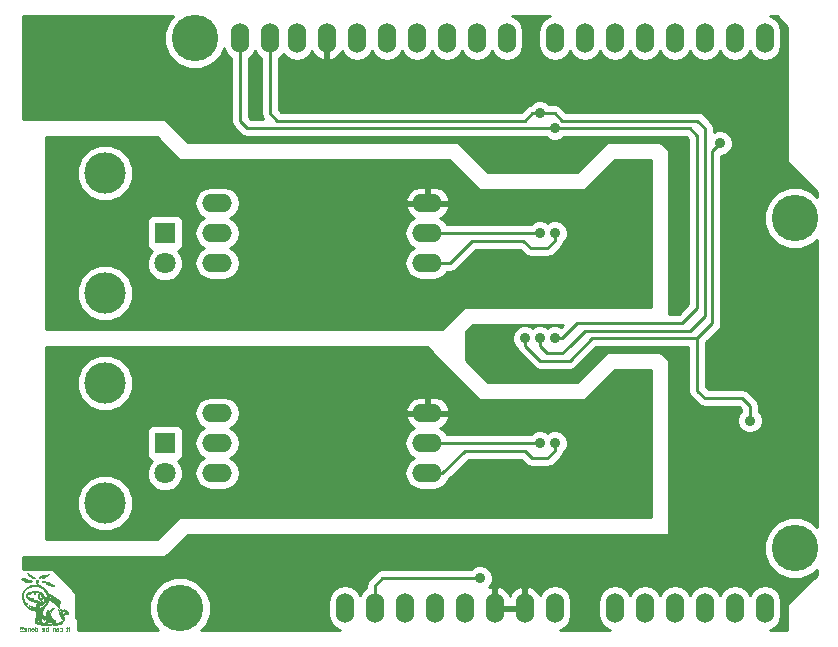
<source format=gbl>
G04 #@! TF.FileFunction,Copper,L2,Bot,Signal*
%FSLAX46Y46*%
G04 Gerber Fmt 4.6, Leading zero omitted, Abs format (unit mm)*
G04 Created by KiCad (PCBNEW 4.0.2-stable) date 22/09/2016 21:29:14*
%MOMM*%
G01*
G04 APERTURE LIST*
%ADD10C,0.150000*%
%ADD11C,0.050000*%
%ADD12C,0.002540*%
%ADD13C,3.500000*%
%ADD14R,1.800000X1.800000*%
%ADD15C,1.800000*%
%ADD16O,1.524000X2.540000*%
%ADD17C,3.937000*%
%ADD18O,2.540000X1.542000*%
%ADD19O,2.540000X1.524000*%
%ADD20C,0.889000*%
%ADD21C,0.254000*%
G04 APERTURE END LIST*
D10*
D11*
X115096669Y-122586333D02*
X115096669Y-122236333D01*
X114980002Y-122353000D02*
X114846668Y-122353000D01*
X114930002Y-122236333D02*
X114930002Y-122536333D01*
X114913335Y-122569667D01*
X114880002Y-122586333D01*
X114846668Y-122586333D01*
X114313335Y-122569667D02*
X114346668Y-122586333D01*
X114413335Y-122586333D01*
X114446668Y-122569667D01*
X114463335Y-122553000D01*
X114480001Y-122519667D01*
X114480001Y-122419667D01*
X114463335Y-122386333D01*
X114446668Y-122369667D01*
X114413335Y-122353000D01*
X114346668Y-122353000D01*
X114313335Y-122369667D01*
X114013335Y-122586333D02*
X114013335Y-122403000D01*
X114030001Y-122369667D01*
X114063335Y-122353000D01*
X114130001Y-122353000D01*
X114163335Y-122369667D01*
X114013335Y-122569667D02*
X114046668Y-122586333D01*
X114130001Y-122586333D01*
X114163335Y-122569667D01*
X114180001Y-122536333D01*
X114180001Y-122503000D01*
X114163335Y-122469667D01*
X114130001Y-122453000D01*
X114046668Y-122453000D01*
X114013335Y-122436333D01*
X113846668Y-122353000D02*
X113846668Y-122586333D01*
X113846668Y-122386333D02*
X113830001Y-122369667D01*
X113796668Y-122353000D01*
X113746668Y-122353000D01*
X113713334Y-122369667D01*
X113696668Y-122403000D01*
X113696668Y-122586333D01*
X113263334Y-122586333D02*
X113263334Y-122236333D01*
X113263334Y-122369667D02*
X113230000Y-122353000D01*
X113163334Y-122353000D01*
X113130000Y-122369667D01*
X113113334Y-122386333D01*
X113096667Y-122419667D01*
X113096667Y-122519667D01*
X113113334Y-122553000D01*
X113130000Y-122569667D01*
X113163334Y-122586333D01*
X113230000Y-122586333D01*
X113263334Y-122569667D01*
X112813333Y-122569667D02*
X112846667Y-122586333D01*
X112913333Y-122586333D01*
X112946667Y-122569667D01*
X112963333Y-122536333D01*
X112963333Y-122403000D01*
X112946667Y-122369667D01*
X112913333Y-122353000D01*
X112846667Y-122353000D01*
X112813333Y-122369667D01*
X112796667Y-122403000D01*
X112796667Y-122436333D01*
X112963333Y-122469667D01*
X112230000Y-122586333D02*
X112230000Y-122236333D01*
X112230000Y-122569667D02*
X112263333Y-122586333D01*
X112330000Y-122586333D01*
X112363333Y-122569667D01*
X112380000Y-122553000D01*
X112396666Y-122519667D01*
X112396666Y-122419667D01*
X112380000Y-122386333D01*
X112363333Y-122369667D01*
X112330000Y-122353000D01*
X112263333Y-122353000D01*
X112230000Y-122369667D01*
X112013333Y-122586333D02*
X112046666Y-122569667D01*
X112063333Y-122553000D01*
X112079999Y-122519667D01*
X112079999Y-122419667D01*
X112063333Y-122386333D01*
X112046666Y-122369667D01*
X112013333Y-122353000D01*
X111963333Y-122353000D01*
X111929999Y-122369667D01*
X111913333Y-122386333D01*
X111896666Y-122419667D01*
X111896666Y-122519667D01*
X111913333Y-122553000D01*
X111929999Y-122569667D01*
X111963333Y-122586333D01*
X112013333Y-122586333D01*
X111746666Y-122353000D02*
X111746666Y-122586333D01*
X111746666Y-122386333D02*
X111729999Y-122369667D01*
X111696666Y-122353000D01*
X111646666Y-122353000D01*
X111613332Y-122369667D01*
X111596666Y-122403000D01*
X111596666Y-122586333D01*
X111296665Y-122569667D02*
X111329999Y-122586333D01*
X111396665Y-122586333D01*
X111429999Y-122569667D01*
X111446665Y-122536333D01*
X111446665Y-122403000D01*
X111429999Y-122369667D01*
X111396665Y-122353000D01*
X111329999Y-122353000D01*
X111296665Y-122369667D01*
X111279999Y-122403000D01*
X111279999Y-122436333D01*
X111446665Y-122469667D01*
X111129999Y-122553000D02*
X111113332Y-122569667D01*
X111129999Y-122586333D01*
X111146665Y-122569667D01*
X111129999Y-122553000D01*
X111129999Y-122586333D01*
X111129999Y-122453000D02*
X111146665Y-122253000D01*
X111129999Y-122236333D01*
X111113332Y-122253000D01*
X111129999Y-122453000D01*
X111129999Y-122236333D01*
X110963332Y-122553000D02*
X110946665Y-122569667D01*
X110963332Y-122586333D01*
X110979998Y-122569667D01*
X110963332Y-122553000D01*
X110963332Y-122586333D01*
X110963332Y-122453000D02*
X110979998Y-122253000D01*
X110963332Y-122236333D01*
X110946665Y-122253000D01*
X110963332Y-122453000D01*
X110963332Y-122236333D01*
D12*
G36*
X111064040Y-119514620D02*
X111079280Y-119814340D01*
X111152940Y-120022620D01*
X111152940Y-119712740D01*
X111160560Y-119440960D01*
X111246920Y-119202200D01*
X111315500Y-119113300D01*
X111508540Y-118965980D01*
X111770160Y-118859300D01*
X112064800Y-118800880D01*
X112356900Y-118793260D01*
X112605820Y-118849140D01*
X112654080Y-118872000D01*
X112880140Y-119037100D01*
X113073180Y-119265700D01*
X113212880Y-119527320D01*
X113276380Y-119781320D01*
X113276380Y-119819420D01*
X113228120Y-120050560D01*
X113096040Y-120284240D01*
X112903000Y-120492520D01*
X112791240Y-120573800D01*
X112483900Y-120705880D01*
X112163860Y-120731280D01*
X111833660Y-120647460D01*
X111800640Y-120632220D01*
X111551720Y-120469660D01*
X111356140Y-120246140D01*
X111221520Y-119987060D01*
X111152940Y-119712740D01*
X111152940Y-120022620D01*
X111185960Y-120119140D01*
X111386620Y-120418860D01*
X111399320Y-120429020D01*
X111556800Y-120586500D01*
X111726980Y-120695720D01*
X111947960Y-120774460D01*
X112118140Y-120815100D01*
X112250220Y-120891300D01*
X112308640Y-121046240D01*
X112285780Y-121267220D01*
X112245140Y-121404380D01*
X112186720Y-121615200D01*
X112181640Y-121787920D01*
X112186720Y-121810780D01*
X112232440Y-121917460D01*
X112245140Y-121922540D01*
X112245140Y-121693940D01*
X112260380Y-121605040D01*
X112303560Y-121511060D01*
X112349280Y-121414540D01*
X112367060Y-121404380D01*
X112361980Y-121422160D01*
X112361980Y-121518680D01*
X112400080Y-121617740D01*
X112450880Y-121686320D01*
X112501680Y-121693940D01*
X112516920Y-121671080D01*
X112539780Y-121643140D01*
X112549940Y-121693940D01*
X112511840Y-121772680D01*
X112410240Y-121790460D01*
X112288320Y-121744740D01*
X112245140Y-121693940D01*
X112245140Y-121922540D01*
X112326420Y-121955560D01*
X112405160Y-121960640D01*
X112443260Y-121963180D01*
X112443260Y-121876820D01*
X112471200Y-121848880D01*
X112499140Y-121876820D01*
X112471200Y-121902220D01*
X112443260Y-121876820D01*
X112443260Y-121963180D01*
X112547400Y-121973340D01*
X112638840Y-122008900D01*
X112641380Y-122008900D01*
X112697260Y-122034300D01*
X112697260Y-121777760D01*
X112709960Y-121605040D01*
X112742980Y-121516140D01*
X112811560Y-121480580D01*
X112900460Y-121470420D01*
X113037620Y-121450100D01*
X113101120Y-121427240D01*
X113073180Y-121409460D01*
X112984280Y-121404380D01*
X112864900Y-121389140D01*
X112811560Y-121361200D01*
X112842040Y-121333260D01*
X112951260Y-121320560D01*
X112969040Y-121320560D01*
X113103660Y-121345960D01*
X113141760Y-121406920D01*
X113090960Y-121470420D01*
X112966500Y-121516140D01*
X112862360Y-121549160D01*
X112869980Y-121587260D01*
X112875060Y-121587260D01*
X112981740Y-121610120D01*
X113055400Y-121597420D01*
X113134140Y-121577100D01*
X113159540Y-121599960D01*
X113136680Y-121691400D01*
X113108740Y-121777760D01*
X113055400Y-121889520D01*
X112979200Y-121922540D01*
X112869980Y-121907300D01*
X112732820Y-121851420D01*
X112697260Y-121777760D01*
X112697260Y-122034300D01*
X112725200Y-122044460D01*
X112882680Y-122074940D01*
X113078260Y-122097800D01*
X113276380Y-122107960D01*
X113446560Y-122105420D01*
X113558320Y-122090180D01*
X113578640Y-122077480D01*
X113560860Y-122031760D01*
X113436400Y-122013980D01*
X113423700Y-122013980D01*
X113266220Y-121996200D01*
X113195100Y-121950480D01*
X113220500Y-121886980D01*
X113271300Y-121851420D01*
X113436400Y-121795540D01*
X113558320Y-121841260D01*
X113621820Y-121937780D01*
X113670080Y-122019060D01*
X113728500Y-122059700D01*
X113776760Y-122062240D01*
X113776760Y-121932700D01*
X113804700Y-121902220D01*
X113832640Y-121932700D01*
X113804700Y-121960640D01*
X113776760Y-121932700D01*
X113776760Y-122062240D01*
X113837720Y-122064780D01*
X114000280Y-122052080D01*
X114246660Y-122019060D01*
X114401600Y-121980960D01*
X114480340Y-121927620D01*
X114498120Y-121861580D01*
X114541300Y-121759980D01*
X114589560Y-121711720D01*
X114635280Y-121630440D01*
X114650520Y-121516140D01*
X114630200Y-121404380D01*
X114587020Y-121330720D01*
X114536220Y-121328180D01*
X114523520Y-121323100D01*
X114579400Y-121262140D01*
X114581940Y-121259600D01*
X114698780Y-121147840D01*
X114769900Y-121069100D01*
X114825780Y-121015760D01*
X114823240Y-121053860D01*
X114815620Y-121079260D01*
X114818160Y-121152920D01*
X114891820Y-121165620D01*
X114970560Y-121132600D01*
X114965480Y-121053860D01*
X114886740Y-120896380D01*
X114772440Y-120787160D01*
X114653060Y-120736360D01*
X114551460Y-120764300D01*
X114523520Y-120797320D01*
X114460020Y-120812560D01*
X114383820Y-120759220D01*
X114302540Y-120700800D01*
X114282220Y-120721120D01*
X114320320Y-120830340D01*
X114360960Y-120919240D01*
X114411760Y-121031000D01*
X114414300Y-121051320D01*
X114366040Y-120987820D01*
X114353340Y-120972580D01*
X114259360Y-120868440D01*
X114208560Y-120858280D01*
X114218720Y-120939560D01*
X114256820Y-121028460D01*
X114335560Y-121203720D01*
X114388900Y-121373900D01*
X114388900Y-121376440D01*
X114432080Y-121488200D01*
X114487960Y-121528840D01*
X114490500Y-121528840D01*
X114508280Y-121533920D01*
X114508280Y-121086880D01*
X114508280Y-121000520D01*
X114561620Y-120893840D01*
X114625120Y-120858280D01*
X114703860Y-120878600D01*
X114716560Y-120954800D01*
X114658140Y-121053860D01*
X114655600Y-121058940D01*
X114559080Y-121122440D01*
X114508280Y-121086880D01*
X114508280Y-121533920D01*
X114548920Y-121544080D01*
X114528600Y-121627900D01*
X114444780Y-121749820D01*
X114312700Y-121859040D01*
X114147600Y-121922540D01*
X113985040Y-121927620D01*
X113868200Y-121874280D01*
X113855500Y-121859040D01*
X113814860Y-121770140D01*
X113847880Y-121726960D01*
X113855500Y-121681240D01*
X113766600Y-121622820D01*
X113647220Y-121528840D01*
X113545620Y-121384060D01*
X113532920Y-121356120D01*
X113471960Y-121119900D01*
X113512600Y-120919240D01*
X113649760Y-120764300D01*
X113713260Y-120728740D01*
X113822480Y-120652540D01*
X113835180Y-120601740D01*
X113761520Y-120594120D01*
X113647220Y-120632220D01*
X113540540Y-120713500D01*
X113441480Y-120837960D01*
X113375440Y-120967500D01*
X113362740Y-121069100D01*
X113367820Y-121081800D01*
X113352580Y-121122440D01*
X113334800Y-121127520D01*
X113294160Y-121076720D01*
X113278920Y-120959880D01*
X113276380Y-120957340D01*
X113261140Y-120845580D01*
X113223040Y-120820180D01*
X113220500Y-120820180D01*
X113182400Y-120893840D01*
X113167160Y-121028460D01*
X113167160Y-121041160D01*
X113129060Y-121196100D01*
X113040160Y-121277380D01*
X112928400Y-121282460D01*
X112826800Y-121213880D01*
X112763300Y-121064020D01*
X112760760Y-121053860D01*
X112763300Y-120853200D01*
X112852200Y-120680480D01*
X112996980Y-120535700D01*
X113113820Y-120406160D01*
X113223040Y-120228360D01*
X113248440Y-120172480D01*
X113314480Y-120025160D01*
X113347500Y-119954040D01*
X113347500Y-119603520D01*
X113405920Y-119585740D01*
X113459260Y-119600980D01*
X113520220Y-119669560D01*
X113517680Y-119712740D01*
X113456720Y-119786400D01*
X113393220Y-119755920D01*
X113365280Y-119702580D01*
X113347500Y-119603520D01*
X113347500Y-119954040D01*
X113360200Y-119928640D01*
X113370360Y-119910860D01*
X113426240Y-119918480D01*
X113540540Y-119992140D01*
X113665000Y-120093740D01*
X113665000Y-119654320D01*
X113692940Y-119626380D01*
X113720880Y-119654320D01*
X113692940Y-119682260D01*
X113665000Y-119654320D01*
X113665000Y-120093740D01*
X113692940Y-120119140D01*
X113863120Y-120279160D01*
X113936780Y-120352820D01*
X114104420Y-120517920D01*
X114213640Y-120606820D01*
X114259360Y-120616980D01*
X114236500Y-120545860D01*
X114228880Y-120528080D01*
X114213640Y-120401080D01*
X114254280Y-120322340D01*
X114315240Y-120223280D01*
X114333020Y-120172480D01*
X114294920Y-120088660D01*
X114198400Y-119974360D01*
X114079020Y-119860060D01*
X113967260Y-119776240D01*
X113896140Y-119750840D01*
X113819940Y-119722900D01*
X113807240Y-119682260D01*
X113753900Y-119611140D01*
X113611660Y-119542560D01*
X113540540Y-119517160D01*
X113388140Y-119461280D01*
X113291620Y-119402860D01*
X113276380Y-119377460D01*
X113233200Y-119273320D01*
X113126520Y-119133620D01*
X112976660Y-118981220D01*
X112809020Y-118844060D01*
X112651540Y-118742460D01*
X112623600Y-118729760D01*
X112473740Y-118661180D01*
X112407700Y-118602760D01*
X112397540Y-118516400D01*
X112412780Y-118430040D01*
X112428020Y-118297960D01*
X112400080Y-118242080D01*
X112361980Y-118237000D01*
X112308640Y-118257320D01*
X112295940Y-118341140D01*
X112311180Y-118457980D01*
X112346740Y-118681500D01*
X112100360Y-118681500D01*
X111841280Y-118719600D01*
X111569500Y-118823740D01*
X111310420Y-119004080D01*
X111142780Y-119242840D01*
X111064040Y-119514620D01*
X111064040Y-119514620D01*
X111064040Y-119514620D01*
G37*
X111064040Y-119514620D02*
X111079280Y-119814340D01*
X111152940Y-120022620D01*
X111152940Y-119712740D01*
X111160560Y-119440960D01*
X111246920Y-119202200D01*
X111315500Y-119113300D01*
X111508540Y-118965980D01*
X111770160Y-118859300D01*
X112064800Y-118800880D01*
X112356900Y-118793260D01*
X112605820Y-118849140D01*
X112654080Y-118872000D01*
X112880140Y-119037100D01*
X113073180Y-119265700D01*
X113212880Y-119527320D01*
X113276380Y-119781320D01*
X113276380Y-119819420D01*
X113228120Y-120050560D01*
X113096040Y-120284240D01*
X112903000Y-120492520D01*
X112791240Y-120573800D01*
X112483900Y-120705880D01*
X112163860Y-120731280D01*
X111833660Y-120647460D01*
X111800640Y-120632220D01*
X111551720Y-120469660D01*
X111356140Y-120246140D01*
X111221520Y-119987060D01*
X111152940Y-119712740D01*
X111152940Y-120022620D01*
X111185960Y-120119140D01*
X111386620Y-120418860D01*
X111399320Y-120429020D01*
X111556800Y-120586500D01*
X111726980Y-120695720D01*
X111947960Y-120774460D01*
X112118140Y-120815100D01*
X112250220Y-120891300D01*
X112308640Y-121046240D01*
X112285780Y-121267220D01*
X112245140Y-121404380D01*
X112186720Y-121615200D01*
X112181640Y-121787920D01*
X112186720Y-121810780D01*
X112232440Y-121917460D01*
X112245140Y-121922540D01*
X112245140Y-121693940D01*
X112260380Y-121605040D01*
X112303560Y-121511060D01*
X112349280Y-121414540D01*
X112367060Y-121404380D01*
X112361980Y-121422160D01*
X112361980Y-121518680D01*
X112400080Y-121617740D01*
X112450880Y-121686320D01*
X112501680Y-121693940D01*
X112516920Y-121671080D01*
X112539780Y-121643140D01*
X112549940Y-121693940D01*
X112511840Y-121772680D01*
X112410240Y-121790460D01*
X112288320Y-121744740D01*
X112245140Y-121693940D01*
X112245140Y-121922540D01*
X112326420Y-121955560D01*
X112405160Y-121960640D01*
X112443260Y-121963180D01*
X112443260Y-121876820D01*
X112471200Y-121848880D01*
X112499140Y-121876820D01*
X112471200Y-121902220D01*
X112443260Y-121876820D01*
X112443260Y-121963180D01*
X112547400Y-121973340D01*
X112638840Y-122008900D01*
X112641380Y-122008900D01*
X112697260Y-122034300D01*
X112697260Y-121777760D01*
X112709960Y-121605040D01*
X112742980Y-121516140D01*
X112811560Y-121480580D01*
X112900460Y-121470420D01*
X113037620Y-121450100D01*
X113101120Y-121427240D01*
X113073180Y-121409460D01*
X112984280Y-121404380D01*
X112864900Y-121389140D01*
X112811560Y-121361200D01*
X112842040Y-121333260D01*
X112951260Y-121320560D01*
X112969040Y-121320560D01*
X113103660Y-121345960D01*
X113141760Y-121406920D01*
X113090960Y-121470420D01*
X112966500Y-121516140D01*
X112862360Y-121549160D01*
X112869980Y-121587260D01*
X112875060Y-121587260D01*
X112981740Y-121610120D01*
X113055400Y-121597420D01*
X113134140Y-121577100D01*
X113159540Y-121599960D01*
X113136680Y-121691400D01*
X113108740Y-121777760D01*
X113055400Y-121889520D01*
X112979200Y-121922540D01*
X112869980Y-121907300D01*
X112732820Y-121851420D01*
X112697260Y-121777760D01*
X112697260Y-122034300D01*
X112725200Y-122044460D01*
X112882680Y-122074940D01*
X113078260Y-122097800D01*
X113276380Y-122107960D01*
X113446560Y-122105420D01*
X113558320Y-122090180D01*
X113578640Y-122077480D01*
X113560860Y-122031760D01*
X113436400Y-122013980D01*
X113423700Y-122013980D01*
X113266220Y-121996200D01*
X113195100Y-121950480D01*
X113220500Y-121886980D01*
X113271300Y-121851420D01*
X113436400Y-121795540D01*
X113558320Y-121841260D01*
X113621820Y-121937780D01*
X113670080Y-122019060D01*
X113728500Y-122059700D01*
X113776760Y-122062240D01*
X113776760Y-121932700D01*
X113804700Y-121902220D01*
X113832640Y-121932700D01*
X113804700Y-121960640D01*
X113776760Y-121932700D01*
X113776760Y-122062240D01*
X113837720Y-122064780D01*
X114000280Y-122052080D01*
X114246660Y-122019060D01*
X114401600Y-121980960D01*
X114480340Y-121927620D01*
X114498120Y-121861580D01*
X114541300Y-121759980D01*
X114589560Y-121711720D01*
X114635280Y-121630440D01*
X114650520Y-121516140D01*
X114630200Y-121404380D01*
X114587020Y-121330720D01*
X114536220Y-121328180D01*
X114523520Y-121323100D01*
X114579400Y-121262140D01*
X114581940Y-121259600D01*
X114698780Y-121147840D01*
X114769900Y-121069100D01*
X114825780Y-121015760D01*
X114823240Y-121053860D01*
X114815620Y-121079260D01*
X114818160Y-121152920D01*
X114891820Y-121165620D01*
X114970560Y-121132600D01*
X114965480Y-121053860D01*
X114886740Y-120896380D01*
X114772440Y-120787160D01*
X114653060Y-120736360D01*
X114551460Y-120764300D01*
X114523520Y-120797320D01*
X114460020Y-120812560D01*
X114383820Y-120759220D01*
X114302540Y-120700800D01*
X114282220Y-120721120D01*
X114320320Y-120830340D01*
X114360960Y-120919240D01*
X114411760Y-121031000D01*
X114414300Y-121051320D01*
X114366040Y-120987820D01*
X114353340Y-120972580D01*
X114259360Y-120868440D01*
X114208560Y-120858280D01*
X114218720Y-120939560D01*
X114256820Y-121028460D01*
X114335560Y-121203720D01*
X114388900Y-121373900D01*
X114388900Y-121376440D01*
X114432080Y-121488200D01*
X114487960Y-121528840D01*
X114490500Y-121528840D01*
X114508280Y-121533920D01*
X114508280Y-121086880D01*
X114508280Y-121000520D01*
X114561620Y-120893840D01*
X114625120Y-120858280D01*
X114703860Y-120878600D01*
X114716560Y-120954800D01*
X114658140Y-121053860D01*
X114655600Y-121058940D01*
X114559080Y-121122440D01*
X114508280Y-121086880D01*
X114508280Y-121533920D01*
X114548920Y-121544080D01*
X114528600Y-121627900D01*
X114444780Y-121749820D01*
X114312700Y-121859040D01*
X114147600Y-121922540D01*
X113985040Y-121927620D01*
X113868200Y-121874280D01*
X113855500Y-121859040D01*
X113814860Y-121770140D01*
X113847880Y-121726960D01*
X113855500Y-121681240D01*
X113766600Y-121622820D01*
X113647220Y-121528840D01*
X113545620Y-121384060D01*
X113532920Y-121356120D01*
X113471960Y-121119900D01*
X113512600Y-120919240D01*
X113649760Y-120764300D01*
X113713260Y-120728740D01*
X113822480Y-120652540D01*
X113835180Y-120601740D01*
X113761520Y-120594120D01*
X113647220Y-120632220D01*
X113540540Y-120713500D01*
X113441480Y-120837960D01*
X113375440Y-120967500D01*
X113362740Y-121069100D01*
X113367820Y-121081800D01*
X113352580Y-121122440D01*
X113334800Y-121127520D01*
X113294160Y-121076720D01*
X113278920Y-120959880D01*
X113276380Y-120957340D01*
X113261140Y-120845580D01*
X113223040Y-120820180D01*
X113220500Y-120820180D01*
X113182400Y-120893840D01*
X113167160Y-121028460D01*
X113167160Y-121041160D01*
X113129060Y-121196100D01*
X113040160Y-121277380D01*
X112928400Y-121282460D01*
X112826800Y-121213880D01*
X112763300Y-121064020D01*
X112760760Y-121053860D01*
X112763300Y-120853200D01*
X112852200Y-120680480D01*
X112996980Y-120535700D01*
X113113820Y-120406160D01*
X113223040Y-120228360D01*
X113248440Y-120172480D01*
X113314480Y-120025160D01*
X113347500Y-119954040D01*
X113347500Y-119603520D01*
X113405920Y-119585740D01*
X113459260Y-119600980D01*
X113520220Y-119669560D01*
X113517680Y-119712740D01*
X113456720Y-119786400D01*
X113393220Y-119755920D01*
X113365280Y-119702580D01*
X113347500Y-119603520D01*
X113347500Y-119954040D01*
X113360200Y-119928640D01*
X113370360Y-119910860D01*
X113426240Y-119918480D01*
X113540540Y-119992140D01*
X113665000Y-120093740D01*
X113665000Y-119654320D01*
X113692940Y-119626380D01*
X113720880Y-119654320D01*
X113692940Y-119682260D01*
X113665000Y-119654320D01*
X113665000Y-120093740D01*
X113692940Y-120119140D01*
X113863120Y-120279160D01*
X113936780Y-120352820D01*
X114104420Y-120517920D01*
X114213640Y-120606820D01*
X114259360Y-120616980D01*
X114236500Y-120545860D01*
X114228880Y-120528080D01*
X114213640Y-120401080D01*
X114254280Y-120322340D01*
X114315240Y-120223280D01*
X114333020Y-120172480D01*
X114294920Y-120088660D01*
X114198400Y-119974360D01*
X114079020Y-119860060D01*
X113967260Y-119776240D01*
X113896140Y-119750840D01*
X113819940Y-119722900D01*
X113807240Y-119682260D01*
X113753900Y-119611140D01*
X113611660Y-119542560D01*
X113540540Y-119517160D01*
X113388140Y-119461280D01*
X113291620Y-119402860D01*
X113276380Y-119377460D01*
X113233200Y-119273320D01*
X113126520Y-119133620D01*
X112976660Y-118981220D01*
X112809020Y-118844060D01*
X112651540Y-118742460D01*
X112623600Y-118729760D01*
X112473740Y-118661180D01*
X112407700Y-118602760D01*
X112397540Y-118516400D01*
X112412780Y-118430040D01*
X112428020Y-118297960D01*
X112400080Y-118242080D01*
X112361980Y-118237000D01*
X112308640Y-118257320D01*
X112295940Y-118341140D01*
X112311180Y-118457980D01*
X112346740Y-118681500D01*
X112100360Y-118681500D01*
X111841280Y-118719600D01*
X111569500Y-118823740D01*
X111310420Y-119004080D01*
X111142780Y-119242840D01*
X111064040Y-119514620D01*
X111064040Y-119514620D01*
G36*
X114109500Y-120703340D02*
X114150140Y-120754140D01*
X114165380Y-120764300D01*
X114218720Y-120779540D01*
X114221260Y-120771920D01*
X114183160Y-120721120D01*
X114165380Y-120710960D01*
X114114580Y-120695720D01*
X114109500Y-120703340D01*
X114109500Y-120703340D01*
X114109500Y-120703340D01*
G37*
X114109500Y-120703340D02*
X114150140Y-120754140D01*
X114165380Y-120764300D01*
X114218720Y-120779540D01*
X114221260Y-120771920D01*
X114183160Y-120721120D01*
X114165380Y-120710960D01*
X114114580Y-120695720D01*
X114109500Y-120703340D01*
X114109500Y-120703340D01*
G36*
X113832640Y-119710200D02*
X113860580Y-119735600D01*
X113888520Y-119710200D01*
X113860580Y-119682260D01*
X113832640Y-119710200D01*
X113832640Y-119710200D01*
X113832640Y-119710200D01*
G37*
X113832640Y-119710200D02*
X113860580Y-119735600D01*
X113888520Y-119710200D01*
X113860580Y-119682260D01*
X113832640Y-119710200D01*
X113832640Y-119710200D01*
G36*
X112745520Y-118394480D02*
X112819180Y-118435120D01*
X112961420Y-118457980D01*
X113014760Y-118460520D01*
X113154460Y-118468140D01*
X113190020Y-118491000D01*
X113167160Y-118513860D01*
X113116360Y-118554500D01*
X113121440Y-118587520D01*
X113197640Y-118623080D01*
X113360200Y-118673880D01*
X113451640Y-118701820D01*
X113667540Y-118762780D01*
X113786920Y-118785640D01*
X113819940Y-118772940D01*
X113779300Y-118727220D01*
X113753900Y-118706900D01*
X113626900Y-118640860D01*
X113543080Y-118625620D01*
X113459260Y-118590060D01*
X113441480Y-118549420D01*
X113423700Y-118485920D01*
X113347500Y-118437660D01*
X113200180Y-118402100D01*
X112991900Y-118369080D01*
X112821720Y-118353840D01*
X112745520Y-118364000D01*
X112745520Y-118394480D01*
X112745520Y-118394480D01*
X112745520Y-118394480D01*
G37*
X112745520Y-118394480D02*
X112819180Y-118435120D01*
X112961420Y-118457980D01*
X113014760Y-118460520D01*
X113154460Y-118468140D01*
X113190020Y-118491000D01*
X113167160Y-118513860D01*
X113116360Y-118554500D01*
X113121440Y-118587520D01*
X113197640Y-118623080D01*
X113360200Y-118673880D01*
X113451640Y-118701820D01*
X113667540Y-118762780D01*
X113786920Y-118785640D01*
X113819940Y-118772940D01*
X113779300Y-118727220D01*
X113753900Y-118706900D01*
X113626900Y-118640860D01*
X113543080Y-118625620D01*
X113459260Y-118590060D01*
X113441480Y-118549420D01*
X113423700Y-118485920D01*
X113347500Y-118437660D01*
X113200180Y-118402100D01*
X112991900Y-118369080D01*
X112821720Y-118353840D01*
X112745520Y-118364000D01*
X112745520Y-118394480D01*
X112745520Y-118394480D01*
G36*
X111000540Y-118181120D02*
X111048800Y-118219220D01*
X111163100Y-118237000D01*
X111163100Y-118237000D01*
X111279940Y-118252240D01*
X111302800Y-118300500D01*
X111297720Y-118320820D01*
X111297720Y-118366540D01*
X111358680Y-118394480D01*
X111503460Y-118402100D01*
X111599980Y-118402100D01*
X111785400Y-118394480D01*
X111920020Y-118374160D01*
X111970820Y-118348760D01*
X111945420Y-118310660D01*
X111828580Y-118292880D01*
X111785400Y-118292880D01*
X111610140Y-118270020D01*
X111533940Y-118209060D01*
X111470440Y-118163340D01*
X111345980Y-118132860D01*
X111198660Y-118122700D01*
X111071660Y-118132860D01*
X111003080Y-118168420D01*
X111000540Y-118181120D01*
X111000540Y-118181120D01*
X111000540Y-118181120D01*
G37*
X111000540Y-118181120D02*
X111048800Y-118219220D01*
X111163100Y-118237000D01*
X111163100Y-118237000D01*
X111279940Y-118252240D01*
X111302800Y-118300500D01*
X111297720Y-118320820D01*
X111297720Y-118366540D01*
X111358680Y-118394480D01*
X111503460Y-118402100D01*
X111599980Y-118402100D01*
X111785400Y-118394480D01*
X111920020Y-118374160D01*
X111970820Y-118348760D01*
X111945420Y-118310660D01*
X111828580Y-118292880D01*
X111785400Y-118292880D01*
X111610140Y-118270020D01*
X111533940Y-118209060D01*
X111470440Y-118163340D01*
X111345980Y-118132860D01*
X111198660Y-118122700D01*
X111071660Y-118132860D01*
X111003080Y-118168420D01*
X111000540Y-118181120D01*
X111000540Y-118181120D01*
G36*
X112499140Y-118049040D02*
X112516920Y-118094760D01*
X112580420Y-118074440D01*
X112633760Y-118038880D01*
X112730280Y-117985540D01*
X112773460Y-117998240D01*
X112786160Y-118033800D01*
X112816640Y-118069360D01*
X112895380Y-118056660D01*
X113037620Y-117995700D01*
X113136680Y-117944900D01*
X113294160Y-117858540D01*
X113390680Y-117789960D01*
X113408460Y-117754400D01*
X113405920Y-117754400D01*
X113314480Y-117762020D01*
X113182400Y-117812820D01*
X113172240Y-117817900D01*
X113032540Y-117866160D01*
X112923320Y-117871240D01*
X112918240Y-117868700D01*
X112803940Y-117866160D01*
X112666780Y-117904260D01*
X112549940Y-117972840D01*
X112499140Y-118049040D01*
X112499140Y-118049040D01*
X112499140Y-118049040D01*
X112499140Y-118049040D01*
G37*
X112499140Y-118049040D02*
X112516920Y-118094760D01*
X112580420Y-118074440D01*
X112633760Y-118038880D01*
X112730280Y-117985540D01*
X112773460Y-117998240D01*
X112786160Y-118033800D01*
X112816640Y-118069360D01*
X112895380Y-118056660D01*
X113037620Y-117995700D01*
X113136680Y-117944900D01*
X113294160Y-117858540D01*
X113390680Y-117789960D01*
X113408460Y-117754400D01*
X113405920Y-117754400D01*
X113314480Y-117762020D01*
X113182400Y-117812820D01*
X113172240Y-117817900D01*
X113032540Y-117866160D01*
X112923320Y-117871240D01*
X112918240Y-117868700D01*
X112803940Y-117866160D01*
X112666780Y-117904260D01*
X112549940Y-117972840D01*
X112499140Y-118049040D01*
X112499140Y-118049040D01*
X112499140Y-118049040D01*
G36*
X111541560Y-117688360D02*
X111561880Y-117749320D01*
X111622840Y-117820440D01*
X111737140Y-117914420D01*
X111876840Y-117998240D01*
X112016540Y-118064280D01*
X112120680Y-118094760D01*
X112166400Y-118076980D01*
X112166400Y-118074440D01*
X112118140Y-118016020D01*
X112062260Y-117988080D01*
X111950500Y-117927120D01*
X111818420Y-117828060D01*
X111808260Y-117817900D01*
X111683800Y-117723920D01*
X111589820Y-117680740D01*
X111541560Y-117688360D01*
X111541560Y-117688360D01*
X111541560Y-117688360D01*
G37*
X111541560Y-117688360D02*
X111561880Y-117749320D01*
X111622840Y-117820440D01*
X111737140Y-117914420D01*
X111876840Y-117998240D01*
X112016540Y-118064280D01*
X112120680Y-118094760D01*
X112166400Y-118076980D01*
X112166400Y-118074440D01*
X112118140Y-118016020D01*
X112062260Y-117988080D01*
X111950500Y-117927120D01*
X111818420Y-117828060D01*
X111808260Y-117817900D01*
X111683800Y-117723920D01*
X111589820Y-117680740D01*
X111541560Y-117688360D01*
X111541560Y-117688360D01*
G36*
X111422180Y-119430800D02*
X111445040Y-119595900D01*
X111460280Y-119634000D01*
X111531400Y-119778780D01*
X111622840Y-119880380D01*
X111742220Y-119943880D01*
X111742220Y-119885460D01*
X111765080Y-119865140D01*
X111851440Y-119857520D01*
X111871760Y-119870220D01*
X111856520Y-119895620D01*
X111798100Y-119900700D01*
X111742220Y-119885460D01*
X111742220Y-119943880D01*
X111760000Y-119954040D01*
X111973360Y-120027700D01*
X112011460Y-120037860D01*
X112201960Y-120096280D01*
X112298480Y-120144540D01*
X112323880Y-120200420D01*
X112288320Y-120276620D01*
X112278160Y-120289320D01*
X112260380Y-120411240D01*
X112283240Y-120469660D01*
X112303560Y-120545860D01*
X112240060Y-120571260D01*
X112209580Y-120571260D01*
X112064800Y-120543320D01*
X111930180Y-120489980D01*
X111823500Y-120441720D01*
X111780320Y-120454420D01*
X111775240Y-120484900D01*
X111826040Y-120556020D01*
X111950500Y-120616980D01*
X112115600Y-120662700D01*
X112280700Y-120683020D01*
X112415320Y-120670320D01*
X112463580Y-120644920D01*
X112494060Y-120561100D01*
X112499140Y-120507760D01*
X112544860Y-120423940D01*
X112689640Y-120357900D01*
X112717580Y-120347740D01*
X112900460Y-120269000D01*
X113047780Y-120144540D01*
X113136680Y-120004840D01*
X113146840Y-119890540D01*
X113146840Y-119809260D01*
X113172240Y-119794020D01*
X113220500Y-119750840D01*
X113220500Y-119730520D01*
X113179860Y-119692420D01*
X113144300Y-119697500D01*
X113040160Y-119692420D01*
X113007140Y-119669560D01*
X112971580Y-119656860D01*
X112969040Y-119740680D01*
X112976660Y-119799100D01*
X112981740Y-119954040D01*
X112920780Y-120063260D01*
X112885220Y-120098820D01*
X112788700Y-120167400D01*
X112740440Y-120147080D01*
X112735360Y-120139460D01*
X112684560Y-120073420D01*
X112641380Y-120093740D01*
X112643920Y-120167400D01*
X112656620Y-120225820D01*
X112623600Y-120192800D01*
X112496600Y-120083580D01*
X112313720Y-119997220D01*
X112123220Y-119959120D01*
X112105440Y-119959120D01*
X111988600Y-119941340D01*
X111942880Y-119903240D01*
X111986060Y-119849900D01*
X111998760Y-119847360D01*
X112052100Y-119804180D01*
X112054640Y-119788940D01*
X112011460Y-119755920D01*
X111947960Y-119763540D01*
X111765080Y-119776240D01*
X111599980Y-119705120D01*
X111506000Y-119590820D01*
X111452660Y-119458740D01*
X111455200Y-119415560D01*
X111518700Y-119451120D01*
X111523780Y-119456200D01*
X111605060Y-119489220D01*
X111635540Y-119466360D01*
X111701580Y-119420640D01*
X111841280Y-119357140D01*
X111950500Y-119319040D01*
X112245140Y-119258080D01*
X112481360Y-119291100D01*
X112659160Y-119418100D01*
X112737900Y-119542560D01*
X112811560Y-119715280D01*
X112826800Y-119809260D01*
X112783620Y-119847360D01*
X112755680Y-119847360D01*
X112643920Y-119799100D01*
X112560100Y-119669560D01*
X112539780Y-119580660D01*
X112506760Y-119453660D01*
X112473740Y-119430800D01*
X112448340Y-119512080D01*
X112443260Y-119616220D01*
X112463580Y-119794020D01*
X112527080Y-119885460D01*
X112539780Y-119895620D01*
X112689640Y-119921020D01*
X112821720Y-119852440D01*
X112900460Y-119715280D01*
X112905540Y-119700040D01*
X112887760Y-119527320D01*
X112783620Y-119377460D01*
X112608360Y-119268240D01*
X112389920Y-119204740D01*
X112143540Y-119202200D01*
X112021620Y-119227600D01*
X111838740Y-119268240D01*
X111683800Y-119291100D01*
X111643160Y-119293640D01*
X111488220Y-119329200D01*
X111422180Y-119430800D01*
X111422180Y-119430800D01*
X111422180Y-119430800D01*
G37*
X111422180Y-119430800D02*
X111445040Y-119595900D01*
X111460280Y-119634000D01*
X111531400Y-119778780D01*
X111622840Y-119880380D01*
X111742220Y-119943880D01*
X111742220Y-119885460D01*
X111765080Y-119865140D01*
X111851440Y-119857520D01*
X111871760Y-119870220D01*
X111856520Y-119895620D01*
X111798100Y-119900700D01*
X111742220Y-119885460D01*
X111742220Y-119943880D01*
X111760000Y-119954040D01*
X111973360Y-120027700D01*
X112011460Y-120037860D01*
X112201960Y-120096280D01*
X112298480Y-120144540D01*
X112323880Y-120200420D01*
X112288320Y-120276620D01*
X112278160Y-120289320D01*
X112260380Y-120411240D01*
X112283240Y-120469660D01*
X112303560Y-120545860D01*
X112240060Y-120571260D01*
X112209580Y-120571260D01*
X112064800Y-120543320D01*
X111930180Y-120489980D01*
X111823500Y-120441720D01*
X111780320Y-120454420D01*
X111775240Y-120484900D01*
X111826040Y-120556020D01*
X111950500Y-120616980D01*
X112115600Y-120662700D01*
X112280700Y-120683020D01*
X112415320Y-120670320D01*
X112463580Y-120644920D01*
X112494060Y-120561100D01*
X112499140Y-120507760D01*
X112544860Y-120423940D01*
X112689640Y-120357900D01*
X112717580Y-120347740D01*
X112900460Y-120269000D01*
X113047780Y-120144540D01*
X113136680Y-120004840D01*
X113146840Y-119890540D01*
X113146840Y-119809260D01*
X113172240Y-119794020D01*
X113220500Y-119750840D01*
X113220500Y-119730520D01*
X113179860Y-119692420D01*
X113144300Y-119697500D01*
X113040160Y-119692420D01*
X113007140Y-119669560D01*
X112971580Y-119656860D01*
X112969040Y-119740680D01*
X112976660Y-119799100D01*
X112981740Y-119954040D01*
X112920780Y-120063260D01*
X112885220Y-120098820D01*
X112788700Y-120167400D01*
X112740440Y-120147080D01*
X112735360Y-120139460D01*
X112684560Y-120073420D01*
X112641380Y-120093740D01*
X112643920Y-120167400D01*
X112656620Y-120225820D01*
X112623600Y-120192800D01*
X112496600Y-120083580D01*
X112313720Y-119997220D01*
X112123220Y-119959120D01*
X112105440Y-119959120D01*
X111988600Y-119941340D01*
X111942880Y-119903240D01*
X111986060Y-119849900D01*
X111998760Y-119847360D01*
X112052100Y-119804180D01*
X112054640Y-119788940D01*
X112011460Y-119755920D01*
X111947960Y-119763540D01*
X111765080Y-119776240D01*
X111599980Y-119705120D01*
X111506000Y-119590820D01*
X111452660Y-119458740D01*
X111455200Y-119415560D01*
X111518700Y-119451120D01*
X111523780Y-119456200D01*
X111605060Y-119489220D01*
X111635540Y-119466360D01*
X111701580Y-119420640D01*
X111841280Y-119357140D01*
X111950500Y-119319040D01*
X112245140Y-119258080D01*
X112481360Y-119291100D01*
X112659160Y-119418100D01*
X112737900Y-119542560D01*
X112811560Y-119715280D01*
X112826800Y-119809260D01*
X112783620Y-119847360D01*
X112755680Y-119847360D01*
X112643920Y-119799100D01*
X112560100Y-119669560D01*
X112539780Y-119580660D01*
X112506760Y-119453660D01*
X112473740Y-119430800D01*
X112448340Y-119512080D01*
X112443260Y-119616220D01*
X112463580Y-119794020D01*
X112527080Y-119885460D01*
X112539780Y-119895620D01*
X112689640Y-119921020D01*
X112821720Y-119852440D01*
X112900460Y-119715280D01*
X112905540Y-119700040D01*
X112887760Y-119527320D01*
X112783620Y-119377460D01*
X112608360Y-119268240D01*
X112389920Y-119204740D01*
X112143540Y-119202200D01*
X112021620Y-119227600D01*
X111838740Y-119268240D01*
X111683800Y-119291100D01*
X111643160Y-119293640D01*
X111488220Y-119329200D01*
X111422180Y-119430800D01*
X111422180Y-119430800D01*
G36*
X111678720Y-120434100D02*
X111683800Y-120439180D01*
X111716820Y-120434100D01*
X111721900Y-120403620D01*
X111701580Y-120357900D01*
X111683800Y-120365520D01*
X111678720Y-120434100D01*
X111678720Y-120434100D01*
X111678720Y-120434100D01*
G37*
X111678720Y-120434100D02*
X111683800Y-120439180D01*
X111716820Y-120434100D01*
X111721900Y-120403620D01*
X111701580Y-120357900D01*
X111683800Y-120365520D01*
X111678720Y-120434100D01*
X111678720Y-120434100D01*
G36*
X111442500Y-120202960D02*
X111483140Y-120253760D01*
X111498380Y-120263920D01*
X111551720Y-120279160D01*
X111554260Y-120271540D01*
X111516160Y-120220740D01*
X111498380Y-120210580D01*
X111447580Y-120195340D01*
X111442500Y-120202960D01*
X111442500Y-120202960D01*
X111442500Y-120202960D01*
G37*
X111442500Y-120202960D02*
X111483140Y-120253760D01*
X111498380Y-120263920D01*
X111551720Y-120279160D01*
X111554260Y-120271540D01*
X111516160Y-120220740D01*
X111498380Y-120210580D01*
X111447580Y-120195340D01*
X111442500Y-120202960D01*
X111442500Y-120202960D01*
G36*
X112776000Y-120098820D02*
X112803940Y-120126760D01*
X112831880Y-120098820D01*
X112803940Y-120070880D01*
X112776000Y-120098820D01*
X112776000Y-120098820D01*
X112776000Y-120098820D01*
G37*
X112776000Y-120098820D02*
X112803940Y-120126760D01*
X112831880Y-120098820D01*
X112803940Y-120070880D01*
X112776000Y-120098820D01*
X112776000Y-120098820D01*
G36*
X112123220Y-119433340D02*
X112128300Y-119440960D01*
X112161320Y-119433340D01*
X112166400Y-119402860D01*
X112146080Y-119357140D01*
X112128300Y-119367300D01*
X112123220Y-119433340D01*
X112123220Y-119433340D01*
X112123220Y-119433340D01*
G37*
X112123220Y-119433340D02*
X112128300Y-119440960D01*
X112161320Y-119433340D01*
X112166400Y-119402860D01*
X112146080Y-119357140D01*
X112128300Y-119367300D01*
X112123220Y-119433340D01*
X112123220Y-119433340D01*
D13*
X118110000Y-93980000D03*
X118110000Y-83820000D03*
D14*
X123190000Y-88900000D03*
D15*
X123190000Y-91440000D03*
D13*
X118110000Y-111760000D03*
X118110000Y-101600000D03*
D14*
X123190000Y-106680000D03*
D15*
X123190000Y-109220000D03*
D16*
X173990000Y-120650000D03*
X171450000Y-120650000D03*
X168910000Y-120650000D03*
X161290000Y-120650000D03*
X163830000Y-120650000D03*
X166370000Y-120650000D03*
X156210000Y-120650000D03*
X153670000Y-120650000D03*
X151130000Y-120650000D03*
X146050000Y-120650000D03*
X143510000Y-120650000D03*
X173990000Y-72390000D03*
X171450000Y-72390000D03*
X168910000Y-72390000D03*
X166370000Y-72390000D03*
X163830000Y-72390000D03*
X161290000Y-72390000D03*
X158750000Y-72390000D03*
X156210000Y-72390000D03*
X152146000Y-72390000D03*
X149606000Y-72390000D03*
X147066000Y-72390000D03*
X144526000Y-72390000D03*
X141986000Y-72390000D03*
X139446000Y-72390000D03*
X136906000Y-72390000D03*
X134366000Y-72390000D03*
X148590000Y-120650000D03*
D17*
X176530000Y-115570000D03*
X176530000Y-87630000D03*
X125730000Y-72390000D03*
X124460000Y-120650000D03*
D16*
X140970000Y-120650000D03*
X138430000Y-120650000D03*
X132080000Y-72390000D03*
X129540000Y-72390000D03*
D18*
X145415000Y-86360000D03*
D19*
X145415000Y-88900000D03*
X145415000Y-91440000D03*
X127635000Y-86360000D03*
X127635000Y-88900000D03*
X127635000Y-91440000D03*
D18*
X145415000Y-104140000D03*
D19*
X145415000Y-106680000D03*
X145415000Y-109220000D03*
X127635000Y-104140000D03*
X127635000Y-106680000D03*
X127635000Y-109220000D03*
D20*
X151130000Y-100330000D03*
X132080000Y-116840000D03*
X130810000Y-75565000D03*
X119380000Y-73660000D03*
X149860000Y-118110000D03*
X172720000Y-104775000D03*
X153670000Y-97790000D03*
X170180000Y-81280000D03*
X156210000Y-88900000D03*
X154940000Y-88900000D03*
X156210000Y-106680000D03*
X154940000Y-106680000D03*
X156210000Y-97790000D03*
X156210000Y-80010000D03*
X154940000Y-97790000D03*
X154940000Y-78740000D03*
D21*
X172085000Y-102870000D02*
X172720000Y-103505000D01*
X168275000Y-102235000D02*
X168910000Y-102870000D01*
X149860000Y-118110000D02*
X141605000Y-118110000D01*
X141605000Y-118110000D02*
X140970000Y-118745000D01*
X140970000Y-120650000D02*
X140970000Y-118745000D01*
X168275000Y-102235000D02*
X168275000Y-97790000D01*
X168910000Y-102870000D02*
X171450000Y-102870000D01*
X171450000Y-102870000D02*
X172085000Y-102870000D01*
X172720000Y-103505000D02*
X172720000Y-104775000D01*
X153670000Y-97790000D02*
X153670000Y-98425000D01*
X169545000Y-81915000D02*
X170180000Y-81280000D01*
X169545000Y-96520000D02*
X169545000Y-81915000D01*
X168275000Y-97790000D02*
X169545000Y-96520000D01*
X159385000Y-97790000D02*
X168275000Y-97790000D01*
X157480000Y-99695000D02*
X159385000Y-97790000D01*
X154940000Y-99695000D02*
X157480000Y-99695000D01*
X153670000Y-98425000D02*
X154940000Y-99695000D01*
X145415000Y-91440000D02*
X147320000Y-91440000D01*
X156210000Y-89535000D02*
X156210000Y-88900000D01*
X155575000Y-90170000D02*
X156210000Y-89535000D01*
X154178002Y-90170000D02*
X155575000Y-90170000D01*
X153543002Y-89535000D02*
X154178002Y-90170000D01*
X149225000Y-89535000D02*
X153543002Y-89535000D01*
X147320000Y-91440000D02*
X149225000Y-89535000D01*
X145415000Y-88900000D02*
X154940000Y-88900000D01*
X145415000Y-109220000D02*
X146685000Y-109220000D01*
X156210000Y-107315000D02*
X156210000Y-106680000D01*
X155575000Y-107950000D02*
X156210000Y-107315000D01*
X154305000Y-107950000D02*
X155575000Y-107950000D01*
X153670000Y-107315000D02*
X154305000Y-107950000D01*
X148590000Y-107315000D02*
X153670000Y-107315000D01*
X146685000Y-109220000D02*
X148590000Y-107315000D01*
X145415000Y-106680000D02*
X154940000Y-106680000D01*
X167005000Y-96520000D02*
X158115000Y-96520000D01*
X168275000Y-95250000D02*
X167005000Y-96520000D01*
X168275000Y-84455000D02*
X168275000Y-80645000D01*
X168275000Y-80645000D02*
X167640000Y-80010000D01*
X156210000Y-80010000D02*
X167640000Y-80010000D01*
X168275000Y-84455000D02*
X168275000Y-95250000D01*
X156845000Y-97790000D02*
X156210000Y-97790000D01*
X158115000Y-96520000D02*
X156845000Y-97790000D01*
X156210000Y-80010000D02*
X154940000Y-80010000D01*
X154940000Y-80010000D02*
X131445000Y-80010000D01*
X131445000Y-80010000D02*
X130175000Y-80010000D01*
X130175000Y-80010000D02*
X129540000Y-79375000D01*
X129540000Y-79375000D02*
X129540000Y-72390000D01*
X168910000Y-83820000D02*
X168910000Y-95885000D01*
X168910000Y-83820000D02*
X168910000Y-80010000D01*
X168910000Y-80010000D02*
X168275000Y-79375000D01*
X168275000Y-79375000D02*
X156845000Y-79375000D01*
X156845000Y-79375000D02*
X156210000Y-78740000D01*
X154940000Y-78740000D02*
X156210000Y-78740000D01*
X154940000Y-98425000D02*
X154940000Y-97790000D01*
X155575000Y-99060000D02*
X154940000Y-98425000D01*
X156845000Y-99060000D02*
X155575000Y-99060000D01*
X157480000Y-98425000D02*
X156845000Y-99060000D01*
X158750000Y-97155000D02*
X157480000Y-98425000D01*
X167640000Y-97155000D02*
X158750000Y-97155000D01*
X168910000Y-95885000D02*
X167640000Y-97155000D01*
X132080000Y-78740000D02*
X132080000Y-72390000D01*
X154305000Y-78740000D02*
X154940000Y-78740000D01*
X153670000Y-79375000D02*
X151130000Y-79375000D01*
X154305000Y-78740000D02*
X153670000Y-79375000D01*
X151130000Y-79375000D02*
X132715000Y-79375000D01*
X132715000Y-79375000D02*
X132080000Y-78740000D01*
G36*
X164338000Y-95123000D02*
X157289687Y-95123000D01*
X157289687Y-88686216D01*
X157125689Y-88289311D01*
X156822286Y-87985378D01*
X156425668Y-87820687D01*
X155996216Y-87820313D01*
X155599311Y-87984311D01*
X155575223Y-88008356D01*
X155552286Y-87985378D01*
X155155668Y-87820687D01*
X154726216Y-87820313D01*
X154329311Y-87984311D01*
X154175353Y-88138000D01*
X147099042Y-88138000D01*
X146948149Y-87912172D01*
X146518783Y-87625278D01*
X146569386Y-87610374D01*
X146997995Y-87264390D01*
X147261576Y-86780720D01*
X147277145Y-86704484D01*
X147277145Y-86015516D01*
X147261576Y-85939280D01*
X146997995Y-85455610D01*
X146569386Y-85109626D01*
X146041000Y-84954000D01*
X145542000Y-84954000D01*
X145542000Y-86233000D01*
X147154767Y-86233000D01*
X147277145Y-86015516D01*
X147277145Y-86704484D01*
X147154767Y-86487000D01*
X145542000Y-86487000D01*
X145542000Y-86507000D01*
X145288000Y-86507000D01*
X145288000Y-86487000D01*
X145288000Y-86233000D01*
X145288000Y-84954000D01*
X144789000Y-84954000D01*
X144260614Y-85109626D01*
X143832005Y-85455610D01*
X143568424Y-85939280D01*
X143552855Y-86015516D01*
X143675233Y-86233000D01*
X145288000Y-86233000D01*
X145288000Y-86487000D01*
X143675233Y-86487000D01*
X143552855Y-86704484D01*
X143568424Y-86780720D01*
X143832005Y-87264390D01*
X144260614Y-87610374D01*
X144311216Y-87625278D01*
X143881851Y-87912172D01*
X143579019Y-88365391D01*
X143472679Y-88900000D01*
X143579019Y-89434609D01*
X143881851Y-89887828D01*
X144304150Y-90170000D01*
X143881851Y-90452172D01*
X143579019Y-90905391D01*
X143472679Y-91440000D01*
X143579019Y-91974609D01*
X143881851Y-92427828D01*
X144335070Y-92730660D01*
X144869679Y-92837000D01*
X145960321Y-92837000D01*
X146494930Y-92730660D01*
X146948149Y-92427828D01*
X147099042Y-92202000D01*
X147320000Y-92202000D01*
X147320000Y-92201999D01*
X147611604Y-92143996D01*
X147611605Y-92143996D01*
X147858815Y-91978815D01*
X149540630Y-90297000D01*
X153227371Y-90297000D01*
X153639186Y-90708815D01*
X153639187Y-90708815D01*
X153886397Y-90873996D01*
X154178002Y-90932000D01*
X155575000Y-90932000D01*
X155575000Y-90931999D01*
X155866604Y-90873996D01*
X155866605Y-90873996D01*
X156113815Y-90708815D01*
X156748815Y-90073816D01*
X156748815Y-90073815D01*
X156913996Y-89826605D01*
X156939823Y-89696762D01*
X157124622Y-89512286D01*
X157289313Y-89115668D01*
X157289687Y-88686216D01*
X157289687Y-95123000D01*
X148537395Y-95123000D01*
X146632395Y-97028000D01*
X129577321Y-97028000D01*
X129577321Y-91440000D01*
X129470981Y-90905391D01*
X129168149Y-90452172D01*
X128745849Y-90170000D01*
X129168149Y-89887828D01*
X129470981Y-89434609D01*
X129577321Y-88900000D01*
X129470981Y-88365391D01*
X129168149Y-87912172D01*
X128745849Y-87630000D01*
X129168149Y-87347828D01*
X129470981Y-86894609D01*
X129577321Y-86360000D01*
X129470981Y-85825391D01*
X129168149Y-85372172D01*
X128714930Y-85069340D01*
X128180321Y-84963000D01*
X127089679Y-84963000D01*
X126555070Y-85069340D01*
X126101851Y-85372172D01*
X125799019Y-85825391D01*
X125692679Y-86360000D01*
X125799019Y-86894609D01*
X126101851Y-87347828D01*
X126524150Y-87630000D01*
X126101851Y-87912172D01*
X125799019Y-88365391D01*
X125692679Y-88900000D01*
X125799019Y-89434609D01*
X126101851Y-89887828D01*
X126524150Y-90170000D01*
X126101851Y-90452172D01*
X125799019Y-90905391D01*
X125692679Y-91440000D01*
X125799019Y-91974609D01*
X126101851Y-92427828D01*
X126555070Y-92730660D01*
X127089679Y-92837000D01*
X128180321Y-92837000D01*
X128714930Y-92730660D01*
X129168149Y-92427828D01*
X129470981Y-91974609D01*
X129577321Y-91440000D01*
X129577321Y-97028000D01*
X124725265Y-97028000D01*
X124725265Y-91136009D01*
X124492068Y-90571629D01*
X124314895Y-90394146D01*
X124449229Y-90338641D01*
X124628013Y-90160168D01*
X124724889Y-89926864D01*
X124725110Y-89674245D01*
X124725110Y-87874245D01*
X124628641Y-87640771D01*
X124450168Y-87461987D01*
X124216864Y-87365111D01*
X123964245Y-87364890D01*
X122164245Y-87364890D01*
X121930771Y-87461359D01*
X121751987Y-87639832D01*
X121655111Y-87873136D01*
X121654890Y-88125755D01*
X121654890Y-89925755D01*
X121751359Y-90159229D01*
X121929832Y-90338013D01*
X122064981Y-90394131D01*
X121889449Y-90569357D01*
X121655267Y-91133330D01*
X121654735Y-91743991D01*
X121887932Y-92308371D01*
X122319357Y-92740551D01*
X122883330Y-92974733D01*
X123493991Y-92975265D01*
X124058371Y-92742068D01*
X124490551Y-92310643D01*
X124724733Y-91746670D01*
X124725265Y-91136009D01*
X124725265Y-97028000D01*
X120495412Y-97028000D01*
X120495412Y-93507676D01*
X120495412Y-83347676D01*
X120133083Y-82470771D01*
X119462757Y-81799275D01*
X118586487Y-81435416D01*
X117637676Y-81434588D01*
X116760771Y-81796917D01*
X116089275Y-82467243D01*
X115725416Y-83343513D01*
X115724588Y-84292324D01*
X116086917Y-85169229D01*
X116757243Y-85840725D01*
X117633513Y-86204584D01*
X118582324Y-86205412D01*
X119459229Y-85843083D01*
X120130725Y-85172757D01*
X120494584Y-84296487D01*
X120495412Y-83347676D01*
X120495412Y-93507676D01*
X120133083Y-92630771D01*
X119462757Y-91959275D01*
X118586487Y-91595416D01*
X117637676Y-91594588D01*
X116760771Y-91956917D01*
X116089275Y-92627243D01*
X115725416Y-93503513D01*
X115724588Y-94452324D01*
X116086917Y-95329229D01*
X116757243Y-96000725D01*
X117633513Y-96364584D01*
X118582324Y-96365412D01*
X119459229Y-96003083D01*
X120130725Y-95332757D01*
X120494584Y-94456487D01*
X120495412Y-93507676D01*
X120495412Y-97028000D01*
X113157000Y-97028000D01*
X113157000Y-80772000D01*
X122502395Y-80772000D01*
X124407395Y-82677000D01*
X147267395Y-82677000D01*
X149807395Y-85217000D01*
X158802605Y-85217000D01*
X161342605Y-82677000D01*
X164338000Y-82677000D01*
X164338000Y-95123000D01*
X164338000Y-95123000D01*
G37*
X164338000Y-95123000D02*
X157289687Y-95123000D01*
X157289687Y-88686216D01*
X157125689Y-88289311D01*
X156822286Y-87985378D01*
X156425668Y-87820687D01*
X155996216Y-87820313D01*
X155599311Y-87984311D01*
X155575223Y-88008356D01*
X155552286Y-87985378D01*
X155155668Y-87820687D01*
X154726216Y-87820313D01*
X154329311Y-87984311D01*
X154175353Y-88138000D01*
X147099042Y-88138000D01*
X146948149Y-87912172D01*
X146518783Y-87625278D01*
X146569386Y-87610374D01*
X146997995Y-87264390D01*
X147261576Y-86780720D01*
X147277145Y-86704484D01*
X147277145Y-86015516D01*
X147261576Y-85939280D01*
X146997995Y-85455610D01*
X146569386Y-85109626D01*
X146041000Y-84954000D01*
X145542000Y-84954000D01*
X145542000Y-86233000D01*
X147154767Y-86233000D01*
X147277145Y-86015516D01*
X147277145Y-86704484D01*
X147154767Y-86487000D01*
X145542000Y-86487000D01*
X145542000Y-86507000D01*
X145288000Y-86507000D01*
X145288000Y-86487000D01*
X145288000Y-86233000D01*
X145288000Y-84954000D01*
X144789000Y-84954000D01*
X144260614Y-85109626D01*
X143832005Y-85455610D01*
X143568424Y-85939280D01*
X143552855Y-86015516D01*
X143675233Y-86233000D01*
X145288000Y-86233000D01*
X145288000Y-86487000D01*
X143675233Y-86487000D01*
X143552855Y-86704484D01*
X143568424Y-86780720D01*
X143832005Y-87264390D01*
X144260614Y-87610374D01*
X144311216Y-87625278D01*
X143881851Y-87912172D01*
X143579019Y-88365391D01*
X143472679Y-88900000D01*
X143579019Y-89434609D01*
X143881851Y-89887828D01*
X144304150Y-90170000D01*
X143881851Y-90452172D01*
X143579019Y-90905391D01*
X143472679Y-91440000D01*
X143579019Y-91974609D01*
X143881851Y-92427828D01*
X144335070Y-92730660D01*
X144869679Y-92837000D01*
X145960321Y-92837000D01*
X146494930Y-92730660D01*
X146948149Y-92427828D01*
X147099042Y-92202000D01*
X147320000Y-92202000D01*
X147320000Y-92201999D01*
X147611604Y-92143996D01*
X147611605Y-92143996D01*
X147858815Y-91978815D01*
X149540630Y-90297000D01*
X153227371Y-90297000D01*
X153639186Y-90708815D01*
X153639187Y-90708815D01*
X153886397Y-90873996D01*
X154178002Y-90932000D01*
X155575000Y-90932000D01*
X155575000Y-90931999D01*
X155866604Y-90873996D01*
X155866605Y-90873996D01*
X156113815Y-90708815D01*
X156748815Y-90073816D01*
X156748815Y-90073815D01*
X156913996Y-89826605D01*
X156939823Y-89696762D01*
X157124622Y-89512286D01*
X157289313Y-89115668D01*
X157289687Y-88686216D01*
X157289687Y-95123000D01*
X148537395Y-95123000D01*
X146632395Y-97028000D01*
X129577321Y-97028000D01*
X129577321Y-91440000D01*
X129470981Y-90905391D01*
X129168149Y-90452172D01*
X128745849Y-90170000D01*
X129168149Y-89887828D01*
X129470981Y-89434609D01*
X129577321Y-88900000D01*
X129470981Y-88365391D01*
X129168149Y-87912172D01*
X128745849Y-87630000D01*
X129168149Y-87347828D01*
X129470981Y-86894609D01*
X129577321Y-86360000D01*
X129470981Y-85825391D01*
X129168149Y-85372172D01*
X128714930Y-85069340D01*
X128180321Y-84963000D01*
X127089679Y-84963000D01*
X126555070Y-85069340D01*
X126101851Y-85372172D01*
X125799019Y-85825391D01*
X125692679Y-86360000D01*
X125799019Y-86894609D01*
X126101851Y-87347828D01*
X126524150Y-87630000D01*
X126101851Y-87912172D01*
X125799019Y-88365391D01*
X125692679Y-88900000D01*
X125799019Y-89434609D01*
X126101851Y-89887828D01*
X126524150Y-90170000D01*
X126101851Y-90452172D01*
X125799019Y-90905391D01*
X125692679Y-91440000D01*
X125799019Y-91974609D01*
X126101851Y-92427828D01*
X126555070Y-92730660D01*
X127089679Y-92837000D01*
X128180321Y-92837000D01*
X128714930Y-92730660D01*
X129168149Y-92427828D01*
X129470981Y-91974609D01*
X129577321Y-91440000D01*
X129577321Y-97028000D01*
X124725265Y-97028000D01*
X124725265Y-91136009D01*
X124492068Y-90571629D01*
X124314895Y-90394146D01*
X124449229Y-90338641D01*
X124628013Y-90160168D01*
X124724889Y-89926864D01*
X124725110Y-89674245D01*
X124725110Y-87874245D01*
X124628641Y-87640771D01*
X124450168Y-87461987D01*
X124216864Y-87365111D01*
X123964245Y-87364890D01*
X122164245Y-87364890D01*
X121930771Y-87461359D01*
X121751987Y-87639832D01*
X121655111Y-87873136D01*
X121654890Y-88125755D01*
X121654890Y-89925755D01*
X121751359Y-90159229D01*
X121929832Y-90338013D01*
X122064981Y-90394131D01*
X121889449Y-90569357D01*
X121655267Y-91133330D01*
X121654735Y-91743991D01*
X121887932Y-92308371D01*
X122319357Y-92740551D01*
X122883330Y-92974733D01*
X123493991Y-92975265D01*
X124058371Y-92742068D01*
X124490551Y-92310643D01*
X124724733Y-91746670D01*
X124725265Y-91136009D01*
X124725265Y-97028000D01*
X120495412Y-97028000D01*
X120495412Y-93507676D01*
X120495412Y-83347676D01*
X120133083Y-82470771D01*
X119462757Y-81799275D01*
X118586487Y-81435416D01*
X117637676Y-81434588D01*
X116760771Y-81796917D01*
X116089275Y-82467243D01*
X115725416Y-83343513D01*
X115724588Y-84292324D01*
X116086917Y-85169229D01*
X116757243Y-85840725D01*
X117633513Y-86204584D01*
X118582324Y-86205412D01*
X119459229Y-85843083D01*
X120130725Y-85172757D01*
X120494584Y-84296487D01*
X120495412Y-83347676D01*
X120495412Y-93507676D01*
X120133083Y-92630771D01*
X119462757Y-91959275D01*
X118586487Y-91595416D01*
X117637676Y-91594588D01*
X116760771Y-91956917D01*
X116089275Y-92627243D01*
X115725416Y-93503513D01*
X115724588Y-94452324D01*
X116086917Y-95329229D01*
X116757243Y-96000725D01*
X117633513Y-96364584D01*
X118582324Y-96365412D01*
X119459229Y-96003083D01*
X120130725Y-95332757D01*
X120494584Y-94456487D01*
X120495412Y-93507676D01*
X120495412Y-97028000D01*
X113157000Y-97028000D01*
X113157000Y-80772000D01*
X122502395Y-80772000D01*
X124407395Y-82677000D01*
X147267395Y-82677000D01*
X149807395Y-85217000D01*
X158802605Y-85217000D01*
X161342605Y-82677000D01*
X164338000Y-82677000D01*
X164338000Y-95123000D01*
G36*
X164338000Y-112903000D02*
X157289687Y-112903000D01*
X157289687Y-106466216D01*
X157125689Y-106069311D01*
X156822286Y-105765378D01*
X156425668Y-105600687D01*
X155996216Y-105600313D01*
X155599311Y-105764311D01*
X155575223Y-105788356D01*
X155552286Y-105765378D01*
X155155668Y-105600687D01*
X154726216Y-105600313D01*
X154329311Y-105764311D01*
X154175353Y-105918000D01*
X147099042Y-105918000D01*
X146948149Y-105692172D01*
X146518783Y-105405278D01*
X146569386Y-105390374D01*
X146997995Y-105044390D01*
X147261576Y-104560720D01*
X147277145Y-104484484D01*
X147277145Y-103795516D01*
X147261576Y-103719280D01*
X146997995Y-103235610D01*
X146569386Y-102889626D01*
X146041000Y-102734000D01*
X145542000Y-102734000D01*
X145542000Y-104013000D01*
X147154767Y-104013000D01*
X147277145Y-103795516D01*
X147277145Y-104484484D01*
X147154767Y-104267000D01*
X145542000Y-104267000D01*
X145542000Y-104287000D01*
X145288000Y-104287000D01*
X145288000Y-104267000D01*
X145288000Y-104013000D01*
X145288000Y-102734000D01*
X144789000Y-102734000D01*
X144260614Y-102889626D01*
X143832005Y-103235610D01*
X143568424Y-103719280D01*
X143552855Y-103795516D01*
X143675233Y-104013000D01*
X145288000Y-104013000D01*
X145288000Y-104267000D01*
X143675233Y-104267000D01*
X143552855Y-104484484D01*
X143568424Y-104560720D01*
X143832005Y-105044390D01*
X144260614Y-105390374D01*
X144311216Y-105405278D01*
X143881851Y-105692172D01*
X143579019Y-106145391D01*
X143472679Y-106680000D01*
X143579019Y-107214609D01*
X143881851Y-107667828D01*
X144304150Y-107950000D01*
X143881851Y-108232172D01*
X143579019Y-108685391D01*
X143472679Y-109220000D01*
X143579019Y-109754609D01*
X143881851Y-110207828D01*
X144335070Y-110510660D01*
X144869679Y-110617000D01*
X145960321Y-110617000D01*
X146494930Y-110510660D01*
X146948149Y-110207828D01*
X147250981Y-109754609D01*
X147256682Y-109725948D01*
X148905630Y-108077000D01*
X153354369Y-108077000D01*
X153766184Y-108488815D01*
X153766185Y-108488815D01*
X154013395Y-108653996D01*
X154305000Y-108712000D01*
X155575000Y-108712000D01*
X155575000Y-108711999D01*
X155866604Y-108653996D01*
X155866605Y-108653996D01*
X156113815Y-108488815D01*
X156748815Y-107853816D01*
X156748815Y-107853815D01*
X156913996Y-107606605D01*
X156939823Y-107476762D01*
X157124622Y-107292286D01*
X157289313Y-106895668D01*
X157289687Y-106466216D01*
X157289687Y-112903000D01*
X129577321Y-112903000D01*
X129577321Y-109220000D01*
X129470981Y-108685391D01*
X129168149Y-108232172D01*
X128745849Y-107950000D01*
X129168149Y-107667828D01*
X129470981Y-107214609D01*
X129577321Y-106680000D01*
X129470981Y-106145391D01*
X129168149Y-105692172D01*
X128745849Y-105410000D01*
X129168149Y-105127828D01*
X129470981Y-104674609D01*
X129577321Y-104140000D01*
X129470981Y-103605391D01*
X129168149Y-103152172D01*
X128714930Y-102849340D01*
X128180321Y-102743000D01*
X127089679Y-102743000D01*
X126555070Y-102849340D01*
X126101851Y-103152172D01*
X125799019Y-103605391D01*
X125692679Y-104140000D01*
X125799019Y-104674609D01*
X126101851Y-105127828D01*
X126524150Y-105410000D01*
X126101851Y-105692172D01*
X125799019Y-106145391D01*
X125692679Y-106680000D01*
X125799019Y-107214609D01*
X126101851Y-107667828D01*
X126524150Y-107950000D01*
X126101851Y-108232172D01*
X125799019Y-108685391D01*
X125692679Y-109220000D01*
X125799019Y-109754609D01*
X126101851Y-110207828D01*
X126555070Y-110510660D01*
X127089679Y-110617000D01*
X128180321Y-110617000D01*
X128714930Y-110510660D01*
X129168149Y-110207828D01*
X129470981Y-109754609D01*
X129577321Y-109220000D01*
X129577321Y-112903000D01*
X124725265Y-112903000D01*
X124725265Y-108916009D01*
X124492068Y-108351629D01*
X124314895Y-108174146D01*
X124449229Y-108118641D01*
X124628013Y-107940168D01*
X124724889Y-107706864D01*
X124725110Y-107454245D01*
X124725110Y-105654245D01*
X124628641Y-105420771D01*
X124450168Y-105241987D01*
X124216864Y-105145111D01*
X123964245Y-105144890D01*
X122164245Y-105144890D01*
X121930771Y-105241359D01*
X121751987Y-105419832D01*
X121655111Y-105653136D01*
X121654890Y-105905755D01*
X121654890Y-107705755D01*
X121751359Y-107939229D01*
X121929832Y-108118013D01*
X122064981Y-108174131D01*
X121889449Y-108349357D01*
X121655267Y-108913330D01*
X121654735Y-109523991D01*
X121887932Y-110088371D01*
X122319357Y-110520551D01*
X122883330Y-110754733D01*
X123493991Y-110755265D01*
X124058371Y-110522068D01*
X124490551Y-110090643D01*
X124724733Y-109526670D01*
X124725265Y-108916009D01*
X124725265Y-112903000D01*
X124407395Y-112903000D01*
X122502395Y-114808000D01*
X120495412Y-114808000D01*
X120495412Y-111287676D01*
X120495412Y-101127676D01*
X120133083Y-100250771D01*
X119462757Y-99579275D01*
X118586487Y-99215416D01*
X117637676Y-99214588D01*
X116760771Y-99576917D01*
X116089275Y-100247243D01*
X115725416Y-101123513D01*
X115724588Y-102072324D01*
X116086917Y-102949229D01*
X116757243Y-103620725D01*
X117633513Y-103984584D01*
X118582324Y-103985412D01*
X119459229Y-103623083D01*
X120130725Y-102952757D01*
X120494584Y-102076487D01*
X120495412Y-101127676D01*
X120495412Y-111287676D01*
X120133083Y-110410771D01*
X119462757Y-109739275D01*
X118586487Y-109375416D01*
X117637676Y-109374588D01*
X116760771Y-109736917D01*
X116089275Y-110407243D01*
X115725416Y-111283513D01*
X115724588Y-112232324D01*
X116086917Y-113109229D01*
X116757243Y-113780725D01*
X117633513Y-114144584D01*
X118582324Y-114145412D01*
X119459229Y-113783083D01*
X120130725Y-113112757D01*
X120494584Y-112236487D01*
X120495412Y-111287676D01*
X120495412Y-114808000D01*
X113157000Y-114808000D01*
X113157000Y-98552000D01*
X145362395Y-98552000D01*
X149807395Y-102997000D01*
X158802605Y-102997000D01*
X161342605Y-100457000D01*
X164338000Y-100457000D01*
X164338000Y-112903000D01*
X164338000Y-112903000D01*
G37*
X164338000Y-112903000D02*
X157289687Y-112903000D01*
X157289687Y-106466216D01*
X157125689Y-106069311D01*
X156822286Y-105765378D01*
X156425668Y-105600687D01*
X155996216Y-105600313D01*
X155599311Y-105764311D01*
X155575223Y-105788356D01*
X155552286Y-105765378D01*
X155155668Y-105600687D01*
X154726216Y-105600313D01*
X154329311Y-105764311D01*
X154175353Y-105918000D01*
X147099042Y-105918000D01*
X146948149Y-105692172D01*
X146518783Y-105405278D01*
X146569386Y-105390374D01*
X146997995Y-105044390D01*
X147261576Y-104560720D01*
X147277145Y-104484484D01*
X147277145Y-103795516D01*
X147261576Y-103719280D01*
X146997995Y-103235610D01*
X146569386Y-102889626D01*
X146041000Y-102734000D01*
X145542000Y-102734000D01*
X145542000Y-104013000D01*
X147154767Y-104013000D01*
X147277145Y-103795516D01*
X147277145Y-104484484D01*
X147154767Y-104267000D01*
X145542000Y-104267000D01*
X145542000Y-104287000D01*
X145288000Y-104287000D01*
X145288000Y-104267000D01*
X145288000Y-104013000D01*
X145288000Y-102734000D01*
X144789000Y-102734000D01*
X144260614Y-102889626D01*
X143832005Y-103235610D01*
X143568424Y-103719280D01*
X143552855Y-103795516D01*
X143675233Y-104013000D01*
X145288000Y-104013000D01*
X145288000Y-104267000D01*
X143675233Y-104267000D01*
X143552855Y-104484484D01*
X143568424Y-104560720D01*
X143832005Y-105044390D01*
X144260614Y-105390374D01*
X144311216Y-105405278D01*
X143881851Y-105692172D01*
X143579019Y-106145391D01*
X143472679Y-106680000D01*
X143579019Y-107214609D01*
X143881851Y-107667828D01*
X144304150Y-107950000D01*
X143881851Y-108232172D01*
X143579019Y-108685391D01*
X143472679Y-109220000D01*
X143579019Y-109754609D01*
X143881851Y-110207828D01*
X144335070Y-110510660D01*
X144869679Y-110617000D01*
X145960321Y-110617000D01*
X146494930Y-110510660D01*
X146948149Y-110207828D01*
X147250981Y-109754609D01*
X147256682Y-109725948D01*
X148905630Y-108077000D01*
X153354369Y-108077000D01*
X153766184Y-108488815D01*
X153766185Y-108488815D01*
X154013395Y-108653996D01*
X154305000Y-108712000D01*
X155575000Y-108712000D01*
X155575000Y-108711999D01*
X155866604Y-108653996D01*
X155866605Y-108653996D01*
X156113815Y-108488815D01*
X156748815Y-107853816D01*
X156748815Y-107853815D01*
X156913996Y-107606605D01*
X156939823Y-107476762D01*
X157124622Y-107292286D01*
X157289313Y-106895668D01*
X157289687Y-106466216D01*
X157289687Y-112903000D01*
X129577321Y-112903000D01*
X129577321Y-109220000D01*
X129470981Y-108685391D01*
X129168149Y-108232172D01*
X128745849Y-107950000D01*
X129168149Y-107667828D01*
X129470981Y-107214609D01*
X129577321Y-106680000D01*
X129470981Y-106145391D01*
X129168149Y-105692172D01*
X128745849Y-105410000D01*
X129168149Y-105127828D01*
X129470981Y-104674609D01*
X129577321Y-104140000D01*
X129470981Y-103605391D01*
X129168149Y-103152172D01*
X128714930Y-102849340D01*
X128180321Y-102743000D01*
X127089679Y-102743000D01*
X126555070Y-102849340D01*
X126101851Y-103152172D01*
X125799019Y-103605391D01*
X125692679Y-104140000D01*
X125799019Y-104674609D01*
X126101851Y-105127828D01*
X126524150Y-105410000D01*
X126101851Y-105692172D01*
X125799019Y-106145391D01*
X125692679Y-106680000D01*
X125799019Y-107214609D01*
X126101851Y-107667828D01*
X126524150Y-107950000D01*
X126101851Y-108232172D01*
X125799019Y-108685391D01*
X125692679Y-109220000D01*
X125799019Y-109754609D01*
X126101851Y-110207828D01*
X126555070Y-110510660D01*
X127089679Y-110617000D01*
X128180321Y-110617000D01*
X128714930Y-110510660D01*
X129168149Y-110207828D01*
X129470981Y-109754609D01*
X129577321Y-109220000D01*
X129577321Y-112903000D01*
X124725265Y-112903000D01*
X124725265Y-108916009D01*
X124492068Y-108351629D01*
X124314895Y-108174146D01*
X124449229Y-108118641D01*
X124628013Y-107940168D01*
X124724889Y-107706864D01*
X124725110Y-107454245D01*
X124725110Y-105654245D01*
X124628641Y-105420771D01*
X124450168Y-105241987D01*
X124216864Y-105145111D01*
X123964245Y-105144890D01*
X122164245Y-105144890D01*
X121930771Y-105241359D01*
X121751987Y-105419832D01*
X121655111Y-105653136D01*
X121654890Y-105905755D01*
X121654890Y-107705755D01*
X121751359Y-107939229D01*
X121929832Y-108118013D01*
X122064981Y-108174131D01*
X121889449Y-108349357D01*
X121655267Y-108913330D01*
X121654735Y-109523991D01*
X121887932Y-110088371D01*
X122319357Y-110520551D01*
X122883330Y-110754733D01*
X123493991Y-110755265D01*
X124058371Y-110522068D01*
X124490551Y-110090643D01*
X124724733Y-109526670D01*
X124725265Y-108916009D01*
X124725265Y-112903000D01*
X124407395Y-112903000D01*
X122502395Y-114808000D01*
X120495412Y-114808000D01*
X120495412Y-111287676D01*
X120495412Y-101127676D01*
X120133083Y-100250771D01*
X119462757Y-99579275D01*
X118586487Y-99215416D01*
X117637676Y-99214588D01*
X116760771Y-99576917D01*
X116089275Y-100247243D01*
X115725416Y-101123513D01*
X115724588Y-102072324D01*
X116086917Y-102949229D01*
X116757243Y-103620725D01*
X117633513Y-103984584D01*
X118582324Y-103985412D01*
X119459229Y-103623083D01*
X120130725Y-102952757D01*
X120494584Y-102076487D01*
X120495412Y-101127676D01*
X120495412Y-111287676D01*
X120133083Y-110410771D01*
X119462757Y-109739275D01*
X118586487Y-109375416D01*
X117637676Y-109374588D01*
X116760771Y-109736917D01*
X116089275Y-110407243D01*
X115725416Y-111283513D01*
X115724588Y-112232324D01*
X116086917Y-113109229D01*
X116757243Y-113780725D01*
X117633513Y-114144584D01*
X118582324Y-114145412D01*
X119459229Y-113783083D01*
X120130725Y-113112757D01*
X120494584Y-112236487D01*
X120495412Y-111287676D01*
X120495412Y-114808000D01*
X113157000Y-114808000D01*
X113157000Y-98552000D01*
X145362395Y-98552000D01*
X149807395Y-102997000D01*
X158802605Y-102997000D01*
X161342605Y-100457000D01*
X164338000Y-100457000D01*
X164338000Y-112903000D01*
G36*
X131520595Y-79248000D02*
X131445000Y-79248000D01*
X130490630Y-79248000D01*
X130302000Y-79059369D01*
X130302000Y-74074042D01*
X130527828Y-73923149D01*
X130810000Y-73500849D01*
X131092172Y-73923149D01*
X131318000Y-74074042D01*
X131318000Y-78740000D01*
X131376004Y-79031605D01*
X131520595Y-79248000D01*
X131520595Y-79248000D01*
G37*
X131520595Y-79248000D02*
X131445000Y-79248000D01*
X130490630Y-79248000D01*
X130302000Y-79059369D01*
X130302000Y-74074042D01*
X130527828Y-73923149D01*
X130810000Y-73500849D01*
X131092172Y-73923149D01*
X131318000Y-74074042D01*
X131318000Y-78740000D01*
X131376004Y-79031605D01*
X131520595Y-79248000D01*
G36*
X167513000Y-94934369D02*
X166689369Y-95758000D01*
X165862000Y-95758000D01*
X165862000Y-81862395D01*
X165152605Y-81153000D01*
X160602395Y-81153000D01*
X158062395Y-83693000D01*
X150547605Y-83693000D01*
X148007605Y-81153000D01*
X125147605Y-81153000D01*
X123242605Y-79248000D01*
X111175000Y-79248000D01*
X111175000Y-70535000D01*
X123903119Y-70535000D01*
X123524148Y-70913311D01*
X123126953Y-71869860D01*
X123126050Y-72905596D01*
X123521574Y-73862837D01*
X124253311Y-74595852D01*
X125209860Y-74993047D01*
X126245596Y-74993950D01*
X127202837Y-74598426D01*
X127935852Y-73866689D01*
X128201166Y-73227743D01*
X128249340Y-73469930D01*
X128552172Y-73923149D01*
X128778000Y-74074042D01*
X128778000Y-79375000D01*
X128836004Y-79666605D01*
X129001185Y-79913815D01*
X129636184Y-80548815D01*
X129636185Y-80548815D01*
X129883395Y-80713996D01*
X130175000Y-80772000D01*
X131445000Y-80772000D01*
X154940000Y-80772000D01*
X155445358Y-80772000D01*
X155597714Y-80924622D01*
X155994332Y-81089313D01*
X156423784Y-81089687D01*
X156820689Y-80925689D01*
X156974646Y-80772000D01*
X167324369Y-80772000D01*
X167513000Y-80960630D01*
X167513000Y-84455000D01*
X167513000Y-94934369D01*
X167513000Y-94934369D01*
G37*
X167513000Y-94934369D02*
X166689369Y-95758000D01*
X165862000Y-95758000D01*
X165862000Y-81862395D01*
X165152605Y-81153000D01*
X160602395Y-81153000D01*
X158062395Y-83693000D01*
X150547605Y-83693000D01*
X148007605Y-81153000D01*
X125147605Y-81153000D01*
X123242605Y-79248000D01*
X111175000Y-79248000D01*
X111175000Y-70535000D01*
X123903119Y-70535000D01*
X123524148Y-70913311D01*
X123126953Y-71869860D01*
X123126050Y-72905596D01*
X123521574Y-73862837D01*
X124253311Y-74595852D01*
X125209860Y-74993047D01*
X126245596Y-74993950D01*
X127202837Y-74598426D01*
X127935852Y-73866689D01*
X128201166Y-73227743D01*
X128249340Y-73469930D01*
X128552172Y-73923149D01*
X128778000Y-74074042D01*
X128778000Y-79375000D01*
X128836004Y-79666605D01*
X129001185Y-79913815D01*
X129636184Y-80548815D01*
X129636185Y-80548815D01*
X129883395Y-80713996D01*
X130175000Y-80772000D01*
X131445000Y-80772000D01*
X154940000Y-80772000D01*
X155445358Y-80772000D01*
X155597714Y-80924622D01*
X155994332Y-81089313D01*
X156423784Y-81089687D01*
X156820689Y-80925689D01*
X156974646Y-80772000D01*
X167324369Y-80772000D01*
X167513000Y-80960630D01*
X167513000Y-84455000D01*
X167513000Y-94934369D01*
G36*
X178385000Y-117826264D02*
X176045632Y-120165632D01*
X175897143Y-120387862D01*
X175845000Y-120650000D01*
X175845000Y-122505000D01*
X174428993Y-122505000D01*
X174524609Y-122485981D01*
X174977828Y-122183149D01*
X175280660Y-121729930D01*
X175387000Y-121195321D01*
X175387000Y-120104679D01*
X175280660Y-119570070D01*
X174977828Y-119116851D01*
X174524609Y-118814019D01*
X173990000Y-118707679D01*
X173455391Y-118814019D01*
X173002172Y-119116851D01*
X172720000Y-119539150D01*
X172437828Y-119116851D01*
X171984609Y-118814019D01*
X171450000Y-118707679D01*
X170915391Y-118814019D01*
X170462172Y-119116851D01*
X170180000Y-119539150D01*
X169897828Y-119116851D01*
X169444609Y-118814019D01*
X168910000Y-118707679D01*
X168375391Y-118814019D01*
X167922172Y-119116851D01*
X167640000Y-119539150D01*
X167357828Y-119116851D01*
X166904609Y-118814019D01*
X166370000Y-118707679D01*
X165835391Y-118814019D01*
X165382172Y-119116851D01*
X165100000Y-119539150D01*
X164817828Y-119116851D01*
X164364609Y-118814019D01*
X163830000Y-118707679D01*
X163295391Y-118814019D01*
X162842172Y-119116851D01*
X162560000Y-119539150D01*
X162277828Y-119116851D01*
X161824609Y-118814019D01*
X161290000Y-118707679D01*
X160755391Y-118814019D01*
X160302172Y-119116851D01*
X159999340Y-119570070D01*
X159893000Y-120104679D01*
X159893000Y-121195321D01*
X159999340Y-121729930D01*
X160302172Y-122183149D01*
X160755391Y-122485981D01*
X160851006Y-122505000D01*
X156648993Y-122505000D01*
X156744609Y-122485981D01*
X157197828Y-122183149D01*
X157500660Y-121729930D01*
X157607000Y-121195321D01*
X157607000Y-120104679D01*
X157500660Y-119570070D01*
X157197828Y-119116851D01*
X156744609Y-118814019D01*
X156210000Y-118707679D01*
X155675391Y-118814019D01*
X155222172Y-119116851D01*
X154930670Y-119553113D01*
X154912059Y-119490059D01*
X154568026Y-119064370D01*
X154087277Y-118802740D01*
X154013070Y-118787780D01*
X153797000Y-118910281D01*
X153797000Y-120523000D01*
X153817000Y-120523000D01*
X153817000Y-120777000D01*
X153797000Y-120777000D01*
X153797000Y-120797000D01*
X153543000Y-120797000D01*
X153543000Y-120777000D01*
X153543000Y-120523000D01*
X153543000Y-118910281D01*
X153326930Y-118787780D01*
X153252723Y-118802740D01*
X152771974Y-119064370D01*
X152427941Y-119490059D01*
X152400000Y-119584723D01*
X152372059Y-119490059D01*
X152028026Y-119064370D01*
X151547277Y-118802740D01*
X151473070Y-118787780D01*
X151257000Y-118910281D01*
X151257000Y-120523000D01*
X152273000Y-120523000D01*
X152527000Y-120523000D01*
X153543000Y-120523000D01*
X153543000Y-120777000D01*
X152527000Y-120777000D01*
X152273000Y-120777000D01*
X151257000Y-120777000D01*
X151257000Y-120797000D01*
X151003000Y-120797000D01*
X151003000Y-120777000D01*
X150983000Y-120777000D01*
X150983000Y-120523000D01*
X151003000Y-120523000D01*
X151003000Y-118910281D01*
X150786930Y-118787780D01*
X150712723Y-118802740D01*
X150671619Y-118825109D01*
X150774622Y-118722286D01*
X150939313Y-118325668D01*
X150939687Y-117896216D01*
X150775689Y-117499311D01*
X150472286Y-117195378D01*
X150075668Y-117030687D01*
X149646216Y-117030313D01*
X149249311Y-117194311D01*
X149095353Y-117348000D01*
X141605000Y-117348000D01*
X141313395Y-117406004D01*
X141066184Y-117571185D01*
X140431185Y-118206185D01*
X140266004Y-118453395D01*
X140208000Y-118745000D01*
X140208000Y-118965957D01*
X139982172Y-119116851D01*
X139700000Y-119539150D01*
X139417828Y-119116851D01*
X138964609Y-118814019D01*
X138430000Y-118707679D01*
X137895391Y-118814019D01*
X137442172Y-119116851D01*
X137139340Y-119570070D01*
X137033000Y-120104679D01*
X137033000Y-121195321D01*
X137139340Y-121729930D01*
X137442172Y-122183149D01*
X137895391Y-122485981D01*
X137991006Y-122505000D01*
X126286880Y-122505000D01*
X126665852Y-122126689D01*
X127063047Y-121170140D01*
X127063950Y-120134404D01*
X126668426Y-119177163D01*
X125936689Y-118444148D01*
X124980140Y-118046953D01*
X123944404Y-118046050D01*
X122987163Y-118441574D01*
X122254148Y-119173311D01*
X121856953Y-120129860D01*
X121856050Y-121165596D01*
X122251574Y-122122837D01*
X122633070Y-122505000D01*
X115840002Y-122505000D01*
X115840002Y-121473000D01*
X115697000Y-121473000D01*
X115697000Y-119327395D01*
X113717605Y-117348000D01*
X111175000Y-117348000D01*
X111175000Y-116332000D01*
X123242605Y-116332000D01*
X125147605Y-114427000D01*
X165862000Y-114427000D01*
X165862000Y-99642395D01*
X165152605Y-98933000D01*
X160602395Y-98933000D01*
X158062395Y-101473000D01*
X150547605Y-101473000D01*
X148717000Y-99642395D01*
X148717000Y-97207605D01*
X149277605Y-96647000D01*
X156910369Y-96647000D01*
X156723154Y-96834214D01*
X156425668Y-96710687D01*
X155996216Y-96710313D01*
X155599311Y-96874311D01*
X155575223Y-96898356D01*
X155552286Y-96875378D01*
X155155668Y-96710687D01*
X154726216Y-96710313D01*
X154329311Y-96874311D01*
X154305223Y-96898356D01*
X154282286Y-96875378D01*
X153885668Y-96710687D01*
X153456216Y-96710313D01*
X153059311Y-96874311D01*
X152755378Y-97177714D01*
X152590687Y-97574332D01*
X152590313Y-98003784D01*
X152754311Y-98400689D01*
X152940205Y-98586908D01*
X152966004Y-98716605D01*
X153131185Y-98963815D01*
X154401184Y-100233815D01*
X154401185Y-100233815D01*
X154648395Y-100398996D01*
X154940000Y-100457000D01*
X157480000Y-100457000D01*
X157480000Y-100456999D01*
X157771604Y-100398996D01*
X157771605Y-100398996D01*
X158018815Y-100233815D01*
X159700630Y-98552000D01*
X167513000Y-98552000D01*
X167513000Y-102235000D01*
X167571004Y-102526605D01*
X167736185Y-102773815D01*
X168371184Y-103408815D01*
X168371185Y-103408815D01*
X168618395Y-103573996D01*
X168910000Y-103632000D01*
X171450000Y-103632000D01*
X171769369Y-103632000D01*
X171958000Y-103820630D01*
X171958000Y-104010358D01*
X171805378Y-104162714D01*
X171640687Y-104559332D01*
X171640313Y-104988784D01*
X171804311Y-105385689D01*
X172107714Y-105689622D01*
X172504332Y-105854313D01*
X172933784Y-105854687D01*
X173330689Y-105690689D01*
X173634622Y-105387286D01*
X173799313Y-104990668D01*
X173799687Y-104561216D01*
X173635689Y-104164311D01*
X173482000Y-104010353D01*
X173482000Y-103505000D01*
X173423996Y-103213395D01*
X173258815Y-102966185D01*
X173258815Y-102966184D01*
X172623815Y-102331185D01*
X172376605Y-102166004D01*
X172085000Y-102108000D01*
X171450000Y-102108000D01*
X169225630Y-102108000D01*
X169037000Y-101919369D01*
X169037000Y-98105630D01*
X170083815Y-97058816D01*
X170083815Y-97058815D01*
X170248996Y-96811605D01*
X170306999Y-96520000D01*
X170307000Y-96520000D01*
X170307000Y-82359611D01*
X170393784Y-82359687D01*
X170790689Y-82195689D01*
X171094622Y-81892286D01*
X171259313Y-81495668D01*
X171259687Y-81066216D01*
X171095689Y-80669311D01*
X170792286Y-80365378D01*
X170395668Y-80200687D01*
X169966216Y-80200313D01*
X169672000Y-80321880D01*
X169672000Y-80010000D01*
X169613996Y-79718395D01*
X169448815Y-79471185D01*
X169448815Y-79471184D01*
X168813815Y-78836185D01*
X168566605Y-78671004D01*
X168275000Y-78613000D01*
X157160630Y-78613000D01*
X156748815Y-78201185D01*
X156501605Y-78036004D01*
X156210000Y-77978000D01*
X155704641Y-77978000D01*
X155552286Y-77825378D01*
X155155668Y-77660687D01*
X154726216Y-77660313D01*
X154329311Y-77824311D01*
X154143091Y-78010205D01*
X154013395Y-78036004D01*
X153766184Y-78201185D01*
X153354369Y-78613000D01*
X151130000Y-78613000D01*
X133030630Y-78613000D01*
X132842000Y-78424369D01*
X132842000Y-74074042D01*
X133067828Y-73923149D01*
X133223000Y-73690918D01*
X133378172Y-73923149D01*
X133831391Y-74225981D01*
X134366000Y-74332321D01*
X134900609Y-74225981D01*
X135353828Y-73923149D01*
X135645329Y-73486886D01*
X135663941Y-73549941D01*
X136007974Y-73975630D01*
X136488723Y-74237260D01*
X136562930Y-74252220D01*
X136779000Y-74129719D01*
X136779000Y-72517000D01*
X136759000Y-72517000D01*
X136759000Y-72263000D01*
X136779000Y-72263000D01*
X136779000Y-72243000D01*
X137033000Y-72243000D01*
X137033000Y-72263000D01*
X137053000Y-72263000D01*
X137053000Y-72517000D01*
X137033000Y-72517000D01*
X137033000Y-74129719D01*
X137249070Y-74252220D01*
X137323277Y-74237260D01*
X137804026Y-73975630D01*
X138148059Y-73549941D01*
X138166670Y-73486886D01*
X138458172Y-73923149D01*
X138911391Y-74225981D01*
X139446000Y-74332321D01*
X139980609Y-74225981D01*
X140433828Y-73923149D01*
X140716000Y-73500849D01*
X140998172Y-73923149D01*
X141451391Y-74225981D01*
X141986000Y-74332321D01*
X142520609Y-74225981D01*
X142973828Y-73923149D01*
X143256000Y-73500849D01*
X143538172Y-73923149D01*
X143991391Y-74225981D01*
X144526000Y-74332321D01*
X145060609Y-74225981D01*
X145513828Y-73923149D01*
X145796000Y-73500849D01*
X146078172Y-73923149D01*
X146531391Y-74225981D01*
X147066000Y-74332321D01*
X147600609Y-74225981D01*
X148053828Y-73923149D01*
X148336000Y-73500849D01*
X148618172Y-73923149D01*
X149071391Y-74225981D01*
X149606000Y-74332321D01*
X150140609Y-74225981D01*
X150593828Y-73923149D01*
X150876000Y-73500849D01*
X151158172Y-73923149D01*
X151611391Y-74225981D01*
X152146000Y-74332321D01*
X152680609Y-74225981D01*
X153133828Y-73923149D01*
X153436660Y-73469930D01*
X153543000Y-72935321D01*
X153543000Y-71844679D01*
X153436660Y-71310070D01*
X153133828Y-70856851D01*
X152680609Y-70554019D01*
X152584993Y-70535000D01*
X155771006Y-70535000D01*
X155675391Y-70554019D01*
X155222172Y-70856851D01*
X154919340Y-71310070D01*
X154813000Y-71844679D01*
X154813000Y-72935321D01*
X154919340Y-73469930D01*
X155222172Y-73923149D01*
X155675391Y-74225981D01*
X156210000Y-74332321D01*
X156744609Y-74225981D01*
X157197828Y-73923149D01*
X157480000Y-73500849D01*
X157762172Y-73923149D01*
X158215391Y-74225981D01*
X158750000Y-74332321D01*
X159284609Y-74225981D01*
X159737828Y-73923149D01*
X160020000Y-73500849D01*
X160302172Y-73923149D01*
X160755391Y-74225981D01*
X161290000Y-74332321D01*
X161824609Y-74225981D01*
X162277828Y-73923149D01*
X162560000Y-73500849D01*
X162842172Y-73923149D01*
X163295391Y-74225981D01*
X163830000Y-74332321D01*
X164364609Y-74225981D01*
X164817828Y-73923149D01*
X165100000Y-73500849D01*
X165382172Y-73923149D01*
X165835391Y-74225981D01*
X166370000Y-74332321D01*
X166904609Y-74225981D01*
X167357828Y-73923149D01*
X167640000Y-73500849D01*
X167922172Y-73923149D01*
X168375391Y-74225981D01*
X168910000Y-74332321D01*
X169444609Y-74225981D01*
X169897828Y-73923149D01*
X170180000Y-73500849D01*
X170462172Y-73923149D01*
X170915391Y-74225981D01*
X171450000Y-74332321D01*
X171984609Y-74225981D01*
X172437828Y-73923149D01*
X172720000Y-73500849D01*
X173002172Y-73923149D01*
X173455391Y-74225981D01*
X173990000Y-74332321D01*
X174524609Y-74225981D01*
X174977828Y-73923149D01*
X175280660Y-73469930D01*
X175387000Y-72935321D01*
X175387000Y-71844679D01*
X175280660Y-71310070D01*
X174977828Y-70856851D01*
X174524609Y-70554019D01*
X174428993Y-70535000D01*
X174976264Y-70535000D01*
X175845000Y-71403736D01*
X175845000Y-82550000D01*
X175897143Y-82812138D01*
X176045632Y-83034368D01*
X178385000Y-85373736D01*
X178385000Y-85803119D01*
X178006689Y-85424148D01*
X177050140Y-85026953D01*
X176014404Y-85026050D01*
X175057163Y-85421574D01*
X174324148Y-86153311D01*
X173926953Y-87109860D01*
X173926050Y-88145596D01*
X174321574Y-89102837D01*
X175053311Y-89835852D01*
X176009860Y-90233047D01*
X177045596Y-90233950D01*
X178002837Y-89838426D01*
X178385000Y-89456929D01*
X178385000Y-113743119D01*
X178006689Y-113364148D01*
X177050140Y-112966953D01*
X176014404Y-112966050D01*
X175057163Y-113361574D01*
X174324148Y-114093311D01*
X173926953Y-115049860D01*
X173926050Y-116085596D01*
X174321574Y-117042837D01*
X175053311Y-117775852D01*
X176009860Y-118173047D01*
X177045596Y-118173950D01*
X178002837Y-117778426D01*
X178385000Y-117396929D01*
X178385000Y-117826264D01*
X178385000Y-117826264D01*
G37*
X178385000Y-117826264D02*
X176045632Y-120165632D01*
X175897143Y-120387862D01*
X175845000Y-120650000D01*
X175845000Y-122505000D01*
X174428993Y-122505000D01*
X174524609Y-122485981D01*
X174977828Y-122183149D01*
X175280660Y-121729930D01*
X175387000Y-121195321D01*
X175387000Y-120104679D01*
X175280660Y-119570070D01*
X174977828Y-119116851D01*
X174524609Y-118814019D01*
X173990000Y-118707679D01*
X173455391Y-118814019D01*
X173002172Y-119116851D01*
X172720000Y-119539150D01*
X172437828Y-119116851D01*
X171984609Y-118814019D01*
X171450000Y-118707679D01*
X170915391Y-118814019D01*
X170462172Y-119116851D01*
X170180000Y-119539150D01*
X169897828Y-119116851D01*
X169444609Y-118814019D01*
X168910000Y-118707679D01*
X168375391Y-118814019D01*
X167922172Y-119116851D01*
X167640000Y-119539150D01*
X167357828Y-119116851D01*
X166904609Y-118814019D01*
X166370000Y-118707679D01*
X165835391Y-118814019D01*
X165382172Y-119116851D01*
X165100000Y-119539150D01*
X164817828Y-119116851D01*
X164364609Y-118814019D01*
X163830000Y-118707679D01*
X163295391Y-118814019D01*
X162842172Y-119116851D01*
X162560000Y-119539150D01*
X162277828Y-119116851D01*
X161824609Y-118814019D01*
X161290000Y-118707679D01*
X160755391Y-118814019D01*
X160302172Y-119116851D01*
X159999340Y-119570070D01*
X159893000Y-120104679D01*
X159893000Y-121195321D01*
X159999340Y-121729930D01*
X160302172Y-122183149D01*
X160755391Y-122485981D01*
X160851006Y-122505000D01*
X156648993Y-122505000D01*
X156744609Y-122485981D01*
X157197828Y-122183149D01*
X157500660Y-121729930D01*
X157607000Y-121195321D01*
X157607000Y-120104679D01*
X157500660Y-119570070D01*
X157197828Y-119116851D01*
X156744609Y-118814019D01*
X156210000Y-118707679D01*
X155675391Y-118814019D01*
X155222172Y-119116851D01*
X154930670Y-119553113D01*
X154912059Y-119490059D01*
X154568026Y-119064370D01*
X154087277Y-118802740D01*
X154013070Y-118787780D01*
X153797000Y-118910281D01*
X153797000Y-120523000D01*
X153817000Y-120523000D01*
X153817000Y-120777000D01*
X153797000Y-120777000D01*
X153797000Y-120797000D01*
X153543000Y-120797000D01*
X153543000Y-120777000D01*
X153543000Y-120523000D01*
X153543000Y-118910281D01*
X153326930Y-118787780D01*
X153252723Y-118802740D01*
X152771974Y-119064370D01*
X152427941Y-119490059D01*
X152400000Y-119584723D01*
X152372059Y-119490059D01*
X152028026Y-119064370D01*
X151547277Y-118802740D01*
X151473070Y-118787780D01*
X151257000Y-118910281D01*
X151257000Y-120523000D01*
X152273000Y-120523000D01*
X152527000Y-120523000D01*
X153543000Y-120523000D01*
X153543000Y-120777000D01*
X152527000Y-120777000D01*
X152273000Y-120777000D01*
X151257000Y-120777000D01*
X151257000Y-120797000D01*
X151003000Y-120797000D01*
X151003000Y-120777000D01*
X150983000Y-120777000D01*
X150983000Y-120523000D01*
X151003000Y-120523000D01*
X151003000Y-118910281D01*
X150786930Y-118787780D01*
X150712723Y-118802740D01*
X150671619Y-118825109D01*
X150774622Y-118722286D01*
X150939313Y-118325668D01*
X150939687Y-117896216D01*
X150775689Y-117499311D01*
X150472286Y-117195378D01*
X150075668Y-117030687D01*
X149646216Y-117030313D01*
X149249311Y-117194311D01*
X149095353Y-117348000D01*
X141605000Y-117348000D01*
X141313395Y-117406004D01*
X141066184Y-117571185D01*
X140431185Y-118206185D01*
X140266004Y-118453395D01*
X140208000Y-118745000D01*
X140208000Y-118965957D01*
X139982172Y-119116851D01*
X139700000Y-119539150D01*
X139417828Y-119116851D01*
X138964609Y-118814019D01*
X138430000Y-118707679D01*
X137895391Y-118814019D01*
X137442172Y-119116851D01*
X137139340Y-119570070D01*
X137033000Y-120104679D01*
X137033000Y-121195321D01*
X137139340Y-121729930D01*
X137442172Y-122183149D01*
X137895391Y-122485981D01*
X137991006Y-122505000D01*
X126286880Y-122505000D01*
X126665852Y-122126689D01*
X127063047Y-121170140D01*
X127063950Y-120134404D01*
X126668426Y-119177163D01*
X125936689Y-118444148D01*
X124980140Y-118046953D01*
X123944404Y-118046050D01*
X122987163Y-118441574D01*
X122254148Y-119173311D01*
X121856953Y-120129860D01*
X121856050Y-121165596D01*
X122251574Y-122122837D01*
X122633070Y-122505000D01*
X115840002Y-122505000D01*
X115840002Y-121473000D01*
X115697000Y-121473000D01*
X115697000Y-119327395D01*
X113717605Y-117348000D01*
X111175000Y-117348000D01*
X111175000Y-116332000D01*
X123242605Y-116332000D01*
X125147605Y-114427000D01*
X165862000Y-114427000D01*
X165862000Y-99642395D01*
X165152605Y-98933000D01*
X160602395Y-98933000D01*
X158062395Y-101473000D01*
X150547605Y-101473000D01*
X148717000Y-99642395D01*
X148717000Y-97207605D01*
X149277605Y-96647000D01*
X156910369Y-96647000D01*
X156723154Y-96834214D01*
X156425668Y-96710687D01*
X155996216Y-96710313D01*
X155599311Y-96874311D01*
X155575223Y-96898356D01*
X155552286Y-96875378D01*
X155155668Y-96710687D01*
X154726216Y-96710313D01*
X154329311Y-96874311D01*
X154305223Y-96898356D01*
X154282286Y-96875378D01*
X153885668Y-96710687D01*
X153456216Y-96710313D01*
X153059311Y-96874311D01*
X152755378Y-97177714D01*
X152590687Y-97574332D01*
X152590313Y-98003784D01*
X152754311Y-98400689D01*
X152940205Y-98586908D01*
X152966004Y-98716605D01*
X153131185Y-98963815D01*
X154401184Y-100233815D01*
X154401185Y-100233815D01*
X154648395Y-100398996D01*
X154940000Y-100457000D01*
X157480000Y-100457000D01*
X157480000Y-100456999D01*
X157771604Y-100398996D01*
X157771605Y-100398996D01*
X158018815Y-100233815D01*
X159700630Y-98552000D01*
X167513000Y-98552000D01*
X167513000Y-102235000D01*
X167571004Y-102526605D01*
X167736185Y-102773815D01*
X168371184Y-103408815D01*
X168371185Y-103408815D01*
X168618395Y-103573996D01*
X168910000Y-103632000D01*
X171450000Y-103632000D01*
X171769369Y-103632000D01*
X171958000Y-103820630D01*
X171958000Y-104010358D01*
X171805378Y-104162714D01*
X171640687Y-104559332D01*
X171640313Y-104988784D01*
X171804311Y-105385689D01*
X172107714Y-105689622D01*
X172504332Y-105854313D01*
X172933784Y-105854687D01*
X173330689Y-105690689D01*
X173634622Y-105387286D01*
X173799313Y-104990668D01*
X173799687Y-104561216D01*
X173635689Y-104164311D01*
X173482000Y-104010353D01*
X173482000Y-103505000D01*
X173423996Y-103213395D01*
X173258815Y-102966185D01*
X173258815Y-102966184D01*
X172623815Y-102331185D01*
X172376605Y-102166004D01*
X172085000Y-102108000D01*
X171450000Y-102108000D01*
X169225630Y-102108000D01*
X169037000Y-101919369D01*
X169037000Y-98105630D01*
X170083815Y-97058816D01*
X170083815Y-97058815D01*
X170248996Y-96811605D01*
X170306999Y-96520000D01*
X170307000Y-96520000D01*
X170307000Y-82359611D01*
X170393784Y-82359687D01*
X170790689Y-82195689D01*
X171094622Y-81892286D01*
X171259313Y-81495668D01*
X171259687Y-81066216D01*
X171095689Y-80669311D01*
X170792286Y-80365378D01*
X170395668Y-80200687D01*
X169966216Y-80200313D01*
X169672000Y-80321880D01*
X169672000Y-80010000D01*
X169613996Y-79718395D01*
X169448815Y-79471185D01*
X169448815Y-79471184D01*
X168813815Y-78836185D01*
X168566605Y-78671004D01*
X168275000Y-78613000D01*
X157160630Y-78613000D01*
X156748815Y-78201185D01*
X156501605Y-78036004D01*
X156210000Y-77978000D01*
X155704641Y-77978000D01*
X155552286Y-77825378D01*
X155155668Y-77660687D01*
X154726216Y-77660313D01*
X154329311Y-77824311D01*
X154143091Y-78010205D01*
X154013395Y-78036004D01*
X153766184Y-78201185D01*
X153354369Y-78613000D01*
X151130000Y-78613000D01*
X133030630Y-78613000D01*
X132842000Y-78424369D01*
X132842000Y-74074042D01*
X133067828Y-73923149D01*
X133223000Y-73690918D01*
X133378172Y-73923149D01*
X133831391Y-74225981D01*
X134366000Y-74332321D01*
X134900609Y-74225981D01*
X135353828Y-73923149D01*
X135645329Y-73486886D01*
X135663941Y-73549941D01*
X136007974Y-73975630D01*
X136488723Y-74237260D01*
X136562930Y-74252220D01*
X136779000Y-74129719D01*
X136779000Y-72517000D01*
X136759000Y-72517000D01*
X136759000Y-72263000D01*
X136779000Y-72263000D01*
X136779000Y-72243000D01*
X137033000Y-72243000D01*
X137033000Y-72263000D01*
X137053000Y-72263000D01*
X137053000Y-72517000D01*
X137033000Y-72517000D01*
X137033000Y-74129719D01*
X137249070Y-74252220D01*
X137323277Y-74237260D01*
X137804026Y-73975630D01*
X138148059Y-73549941D01*
X138166670Y-73486886D01*
X138458172Y-73923149D01*
X138911391Y-74225981D01*
X139446000Y-74332321D01*
X139980609Y-74225981D01*
X140433828Y-73923149D01*
X140716000Y-73500849D01*
X140998172Y-73923149D01*
X141451391Y-74225981D01*
X141986000Y-74332321D01*
X142520609Y-74225981D01*
X142973828Y-73923149D01*
X143256000Y-73500849D01*
X143538172Y-73923149D01*
X143991391Y-74225981D01*
X144526000Y-74332321D01*
X145060609Y-74225981D01*
X145513828Y-73923149D01*
X145796000Y-73500849D01*
X146078172Y-73923149D01*
X146531391Y-74225981D01*
X147066000Y-74332321D01*
X147600609Y-74225981D01*
X148053828Y-73923149D01*
X148336000Y-73500849D01*
X148618172Y-73923149D01*
X149071391Y-74225981D01*
X149606000Y-74332321D01*
X150140609Y-74225981D01*
X150593828Y-73923149D01*
X150876000Y-73500849D01*
X151158172Y-73923149D01*
X151611391Y-74225981D01*
X152146000Y-74332321D01*
X152680609Y-74225981D01*
X153133828Y-73923149D01*
X153436660Y-73469930D01*
X153543000Y-72935321D01*
X153543000Y-71844679D01*
X153436660Y-71310070D01*
X153133828Y-70856851D01*
X152680609Y-70554019D01*
X152584993Y-70535000D01*
X155771006Y-70535000D01*
X155675391Y-70554019D01*
X155222172Y-70856851D01*
X154919340Y-71310070D01*
X154813000Y-71844679D01*
X154813000Y-72935321D01*
X154919340Y-73469930D01*
X155222172Y-73923149D01*
X155675391Y-74225981D01*
X156210000Y-74332321D01*
X156744609Y-74225981D01*
X157197828Y-73923149D01*
X157480000Y-73500849D01*
X157762172Y-73923149D01*
X158215391Y-74225981D01*
X158750000Y-74332321D01*
X159284609Y-74225981D01*
X159737828Y-73923149D01*
X160020000Y-73500849D01*
X160302172Y-73923149D01*
X160755391Y-74225981D01*
X161290000Y-74332321D01*
X161824609Y-74225981D01*
X162277828Y-73923149D01*
X162560000Y-73500849D01*
X162842172Y-73923149D01*
X163295391Y-74225981D01*
X163830000Y-74332321D01*
X164364609Y-74225981D01*
X164817828Y-73923149D01*
X165100000Y-73500849D01*
X165382172Y-73923149D01*
X165835391Y-74225981D01*
X166370000Y-74332321D01*
X166904609Y-74225981D01*
X167357828Y-73923149D01*
X167640000Y-73500849D01*
X167922172Y-73923149D01*
X168375391Y-74225981D01*
X168910000Y-74332321D01*
X169444609Y-74225981D01*
X169897828Y-73923149D01*
X170180000Y-73500849D01*
X170462172Y-73923149D01*
X170915391Y-74225981D01*
X171450000Y-74332321D01*
X171984609Y-74225981D01*
X172437828Y-73923149D01*
X172720000Y-73500849D01*
X173002172Y-73923149D01*
X173455391Y-74225981D01*
X173990000Y-74332321D01*
X174524609Y-74225981D01*
X174977828Y-73923149D01*
X175280660Y-73469930D01*
X175387000Y-72935321D01*
X175387000Y-71844679D01*
X175280660Y-71310070D01*
X174977828Y-70856851D01*
X174524609Y-70554019D01*
X174428993Y-70535000D01*
X174976264Y-70535000D01*
X175845000Y-71403736D01*
X175845000Y-82550000D01*
X175897143Y-82812138D01*
X176045632Y-83034368D01*
X178385000Y-85373736D01*
X178385000Y-85803119D01*
X178006689Y-85424148D01*
X177050140Y-85026953D01*
X176014404Y-85026050D01*
X175057163Y-85421574D01*
X174324148Y-86153311D01*
X173926953Y-87109860D01*
X173926050Y-88145596D01*
X174321574Y-89102837D01*
X175053311Y-89835852D01*
X176009860Y-90233047D01*
X177045596Y-90233950D01*
X178002837Y-89838426D01*
X178385000Y-89456929D01*
X178385000Y-113743119D01*
X178006689Y-113364148D01*
X177050140Y-112966953D01*
X176014404Y-112966050D01*
X175057163Y-113361574D01*
X174324148Y-114093311D01*
X173926953Y-115049860D01*
X173926050Y-116085596D01*
X174321574Y-117042837D01*
X175053311Y-117775852D01*
X176009860Y-118173047D01*
X177045596Y-118173950D01*
X178002837Y-117778426D01*
X178385000Y-117396929D01*
X178385000Y-117826264D01*
M02*

</source>
